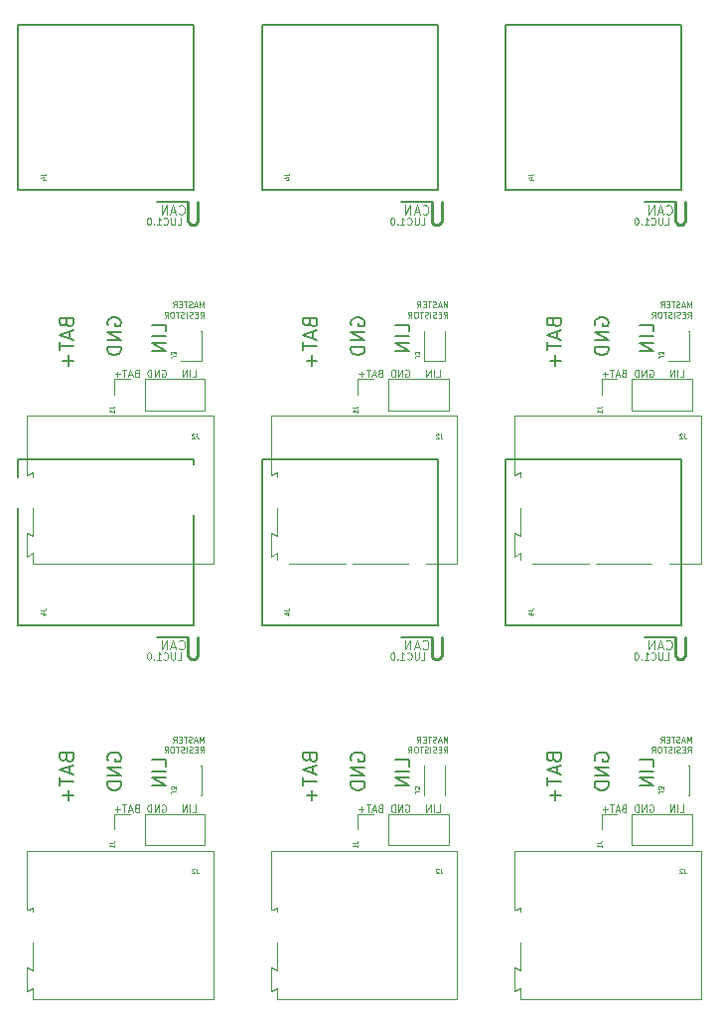
<source format=gbo>
%MOIN*%
%OFA0B0*%
%FSLAX46Y46*%
%IPPOS*%
%LPD*%
%ADD10C,0.004921259842519685*%
%ADD11C,0.0039370078740157488*%
%ADD12C,0.006889763779527559*%
%ADD13C,0.00984251968503937*%
%ADD14C,0.0078740157480314977*%
%ADD15C,0.0047244094488188976*%
%ADD16C,0.005905511811023622*%
%ADD17C,0.0035433070866141732*%
%ADD18R,0.093700787401574809X0.17165354330708663*%
%ADD19O,0.093700787401574809X0.17165354330708663*%
%ADD20R,0.065748031496063X0.053937007874015758*%
%ADD21C,0.1*%
%ADD22C,0.1141732283464567*%
%ADD23R,0.082677165354330714X0.082677165354330714*%
%ADD24O,0.082677165354330714X0.082677165354330714*%
%ADD25C,0.074848031496062992*%
%ADD26O,0.070866141732283464X0.16535433070866143*%
%ADD27C,0.074803149606299218*%
%ADD38C,0.004921259842519685*%
%ADD39C,0.0039370078740157488*%
%ADD40C,0.006889763779527559*%
%ADD41C,0.00984251968503937*%
%ADD42C,0.0078740157480314977*%
%ADD43C,0.0047244094488188976*%
%ADD44C,0.005905511811023622*%
%ADD45C,0.0035433070866141732*%
%ADD46R,0.093700787401574809X0.17165354330708663*%
%ADD47O,0.093700787401574809X0.17165354330708663*%
%ADD48R,0.065748031496063X0.053937007874015758*%
%ADD49C,0.1*%
%ADD50C,0.1141732283464567*%
%ADD51R,0.082677165354330714X0.082677165354330714*%
%ADD52O,0.082677165354330714X0.082677165354330714*%
%ADD53C,0.074848031496062992*%
%ADD54O,0.070866141732283464X0.16535433070866143*%
%ADD55C,0.074803149606299218*%
%ADD66C,0.004921259842519685*%
%ADD67C,0.0039370078740157488*%
%ADD68C,0.006889763779527559*%
%ADD69C,0.00984251968503937*%
%ADD70C,0.0078740157480314977*%
%ADD71C,0.0047244094488188976*%
%ADD72C,0.005905511811023622*%
%ADD73C,0.0035433070866141732*%
%ADD74R,0.093700787401574809X0.17165354330708663*%
%ADD75O,0.093700787401574809X0.17165354330708663*%
%ADD76R,0.065748031496063X0.053937007874015758*%
%ADD77C,0.1*%
%ADD78C,0.1141732283464567*%
%ADD79R,0.082677165354330714X0.082677165354330714*%
%ADD80O,0.082677165354330714X0.082677165354330714*%
%ADD81C,0.074848031496062992*%
%ADD82O,0.070866141732283464X0.16535433070866143*%
%ADD83C,0.074803149606299218*%
%ADD94C,0.004921259842519685*%
%ADD95C,0.0039370078740157488*%
%ADD96C,0.006889763779527559*%
%ADD97C,0.00984251968503937*%
%ADD98C,0.0078740157480314977*%
%ADD99C,0.0047244094488188976*%
%ADD100C,0.005905511811023622*%
%ADD101C,0.0035433070866141732*%
%ADD102R,0.093700787401574809X0.17165354330708663*%
%ADD103O,0.093700787401574809X0.17165354330708663*%
%ADD104R,0.065748031496063X0.053937007874015758*%
%ADD105C,0.1*%
%ADD106C,0.1141732283464567*%
%ADD107R,0.082677165354330714X0.082677165354330714*%
%ADD108O,0.082677165354330714X0.082677165354330714*%
%ADD109C,0.074848031496062992*%
%ADD110O,0.070866141732283464X0.16535433070866143*%
%ADD111C,0.074803149606299218*%
%ADD122C,0.004921259842519685*%
%ADD123C,0.0039370078740157488*%
%ADD124C,0.006889763779527559*%
%ADD125C,0.00984251968503937*%
%ADD126C,0.0078740157480314977*%
%ADD127C,0.0047244094488188976*%
%ADD128C,0.005905511811023622*%
%ADD129C,0.0035433070866141732*%
%ADD130R,0.093700787401574809X0.17165354330708663*%
%ADD131O,0.093700787401574809X0.17165354330708663*%
%ADD132R,0.065748031496063X0.053937007874015758*%
%ADD133C,0.1*%
%ADD134C,0.1141732283464567*%
%ADD135R,0.082677165354330714X0.082677165354330714*%
%ADD136O,0.082677165354330714X0.082677165354330714*%
%ADD137C,0.074848031496062992*%
%ADD138O,0.070866141732283464X0.16535433070866143*%
%ADD139C,0.074803149606299218*%
%ADD150C,0.004921259842519685*%
%ADD151C,0.0039370078740157488*%
%ADD152C,0.006889763779527559*%
%ADD153C,0.00984251968503937*%
%ADD154C,0.0078740157480314977*%
%ADD155C,0.0047244094488188976*%
%ADD156C,0.005905511811023622*%
%ADD157C,0.0035433070866141732*%
%ADD158R,0.093700787401574809X0.17165354330708663*%
%ADD159O,0.093700787401574809X0.17165354330708663*%
%ADD160R,0.065748031496063X0.053937007874015758*%
%ADD161C,0.1*%
%ADD162C,0.1141732283464567*%
%ADD163R,0.082677165354330714X0.082677165354330714*%
%ADD164O,0.082677165354330714X0.082677165354330714*%
%ADD165C,0.074848031496062992*%
%ADD166O,0.070866141732283464X0.16535433070866143*%
%ADD167C,0.074803149606299218*%
%LPD*%
G01*
D10*
X0001486227Y0002180429D02*
X0001486227Y0002200114D01*
X0001479666Y0002186053D01*
X0001473104Y0002200114D01*
X0001473104Y0002180429D01*
X0001464668Y0002186053D02*
X0001455294Y0002186053D01*
X0001466541Y0002180429D02*
X0001459981Y0002200114D01*
X0001453418Y0002180429D01*
X0001447795Y0002181366D02*
X0001444983Y0002180429D01*
X0001440295Y0002180429D01*
X0001438421Y0002181366D01*
X0001437484Y0002182304D01*
X0001436546Y0002184178D01*
X0001436546Y0002186053D01*
X0001437484Y0002187928D01*
X0001438421Y0002188865D01*
X0001440295Y0002189803D01*
X0001444045Y0002190740D01*
X0001445920Y0002191678D01*
X0001446857Y0002192615D01*
X0001447795Y0002194490D01*
X0001447795Y0002196364D01*
X0001446857Y0002198239D01*
X0001445920Y0002199177D01*
X0001444045Y0002200114D01*
X0001439358Y0002200114D01*
X0001436546Y0002199177D01*
X0001430922Y0002200114D02*
X0001419673Y0002200114D01*
X0001425298Y0002180429D02*
X0001425298Y0002200114D01*
X0001413112Y0002190740D02*
X0001406550Y0002190740D01*
X0001403737Y0002180429D02*
X0001413112Y0002180429D01*
X0001413112Y0002200114D01*
X0001403737Y0002200114D01*
X0001384053Y0002180429D02*
X0001390614Y0002189803D01*
X0001395301Y0002180429D02*
X0001395301Y0002200114D01*
X0001387802Y0002200114D01*
X0001385927Y0002199177D01*
X0001384990Y0002198239D01*
X0001384053Y0002196364D01*
X0001384053Y0002193552D01*
X0001384990Y0002191678D01*
X0001385927Y0002190740D01*
X0001387802Y0002189803D01*
X0001395301Y0002189803D01*
X0001474510Y0002145980D02*
X0001481072Y0002155354D01*
X0001485759Y0002145980D02*
X0001485759Y0002165665D01*
X0001478259Y0002165665D01*
X0001476385Y0002164728D01*
X0001475448Y0002163790D01*
X0001474510Y0002161916D01*
X0001474510Y0002159103D01*
X0001475448Y0002157229D01*
X0001476385Y0002156291D01*
X0001478259Y0002155354D01*
X0001485759Y0002155354D01*
X0001466074Y0002156291D02*
X0001459512Y0002156291D01*
X0001456700Y0002145980D02*
X0001466074Y0002145980D01*
X0001466074Y0002165665D01*
X0001456700Y0002165665D01*
X0001449201Y0002146918D02*
X0001446389Y0002145980D01*
X0001441702Y0002145980D01*
X0001439827Y0002146918D01*
X0001438890Y0002147855D01*
X0001437952Y0002149730D01*
X0001437952Y0002151604D01*
X0001438890Y0002153479D01*
X0001439827Y0002154417D01*
X0001441702Y0002155354D01*
X0001445451Y0002156291D01*
X0001447326Y0002157229D01*
X0001448263Y0002158166D01*
X0001449201Y0002160041D01*
X0001449201Y0002161916D01*
X0001448263Y0002163790D01*
X0001447326Y0002164728D01*
X0001445451Y0002165665D01*
X0001440764Y0002165665D01*
X0001437952Y0002164728D01*
X0001429516Y0002145980D02*
X0001429516Y0002165665D01*
X0001421079Y0002146918D02*
X0001418267Y0002145980D01*
X0001413580Y0002145980D01*
X0001411706Y0002146918D01*
X0001410768Y0002147855D01*
X0001409831Y0002149730D01*
X0001409831Y0002151604D01*
X0001410768Y0002153479D01*
X0001411706Y0002154417D01*
X0001413580Y0002155354D01*
X0001417330Y0002156291D01*
X0001419205Y0002157229D01*
X0001420142Y0002158166D01*
X0001421079Y0002160041D01*
X0001421079Y0002161916D01*
X0001420142Y0002163790D01*
X0001419205Y0002164728D01*
X0001417330Y0002165665D01*
X0001412643Y0002165665D01*
X0001409831Y0002164728D01*
X0001404206Y0002165665D02*
X0001392958Y0002165665D01*
X0001398582Y0002145980D02*
X0001398582Y0002165665D01*
X0001382647Y0002165665D02*
X0001378897Y0002165665D01*
X0001377022Y0002164728D01*
X0001375148Y0002162853D01*
X0001374210Y0002159103D01*
X0001374210Y0002152542D01*
X0001375148Y0002148792D01*
X0001377022Y0002146918D01*
X0001378897Y0002145980D01*
X0001382647Y0002145980D01*
X0001384521Y0002146918D01*
X0001386396Y0002148792D01*
X0001387334Y0002152542D01*
X0001387334Y0002159103D01*
X0001386396Y0002162853D01*
X0001384521Y0002164728D01*
X0001382647Y0002165665D01*
X0001354524Y0002145980D02*
X0001361087Y0002155354D01*
X0001365774Y0002145980D02*
X0001365774Y0002165665D01*
X0001358275Y0002165665D01*
X0001356400Y0002164728D01*
X0001355463Y0002163790D01*
X0001354524Y0002161916D01*
X0001354524Y0002159103D01*
X0001355463Y0002157229D01*
X0001356400Y0002156291D01*
X0001358275Y0002155354D01*
X0001365774Y0002155354D01*
D11*
X0001448796Y0001947424D02*
X0001460044Y0001947424D01*
X0001460044Y0001971046D01*
X0001440922Y0001947424D02*
X0001440922Y0001971046D01*
X0001429673Y0001947424D02*
X0001429673Y0001971046D01*
X0001416175Y0001947424D01*
X0001416175Y0001971046D01*
X0001346106Y0001969921D02*
X0001348357Y0001971046D01*
X0001351732Y0001971046D01*
X0001355106Y0001969921D01*
X0001357355Y0001967671D01*
X0001358481Y0001965421D01*
X0001359606Y0001960922D01*
X0001359606Y0001957547D01*
X0001358481Y0001953048D01*
X0001357355Y0001950798D01*
X0001355106Y0001948548D01*
X0001351732Y0001947424D01*
X0001349482Y0001947424D01*
X0001346106Y0001948548D01*
X0001344983Y0001949673D01*
X0001344983Y0001957547D01*
X0001349482Y0001957547D01*
X0001334859Y0001947424D02*
X0001334859Y0001971046D01*
X0001321361Y0001947424D01*
X0001321361Y0001971046D01*
X0001310112Y0001947424D02*
X0001310112Y0001971046D01*
X0001304488Y0001971046D01*
X0001301113Y0001969921D01*
X0001298862Y0001967671D01*
X0001297739Y0001965421D01*
X0001296614Y0001960922D01*
X0001296614Y0001957547D01*
X0001297739Y0001953048D01*
X0001298862Y0001950798D01*
X0001301113Y0001948548D01*
X0001304488Y0001947424D01*
X0001310112Y0001947424D01*
X0001260168Y0001959797D02*
X0001256794Y0001958671D01*
X0001255669Y0001957547D01*
X0001254544Y0001955298D01*
X0001254544Y0001951923D01*
X0001255669Y0001949673D01*
X0001256794Y0001948548D01*
X0001259043Y0001947424D01*
X0001268042Y0001947424D01*
X0001268042Y0001971046D01*
X0001260168Y0001971046D01*
X0001257918Y0001969921D01*
X0001256794Y0001968796D01*
X0001255669Y0001966545D01*
X0001255669Y0001964296D01*
X0001256794Y0001962047D01*
X0001257918Y0001960922D01*
X0001260168Y0001959797D01*
X0001268042Y0001959797D01*
X0001245545Y0001954173D02*
X0001234296Y0001954173D01*
X0001247795Y0001947424D02*
X0001239921Y0001971046D01*
X0001232047Y0001947424D01*
X0001227547Y0001971046D02*
X0001214049Y0001971046D01*
X0001220798Y0001947424D02*
X0001220798Y0001971046D01*
X0001206175Y0001956422D02*
X0001188177Y0001956422D01*
X0001197176Y0001947424D02*
X0001197176Y0001965421D01*
D12*
X0001359482Y0002099886D02*
X0001359482Y0002122383D01*
X0001312238Y0002122383D01*
X0001359482Y0002084137D02*
X0001312238Y0002084137D01*
X0001359482Y0002061640D02*
X0001312238Y0002061640D01*
X0001359482Y0002034644D01*
X0001312238Y0002034644D01*
X0001164488Y0002119636D02*
X0001162238Y0002124135D01*
X0001162238Y0002130884D01*
X0001164488Y0002137634D01*
X0001168987Y0002142133D01*
X0001173487Y0002144383D01*
X0001182485Y0002146632D01*
X0001189235Y0002146632D01*
X0001198233Y0002144383D01*
X0001202733Y0002142133D01*
X0001207232Y0002137634D01*
X0001209482Y0002130884D01*
X0001209482Y0002126385D01*
X0001207232Y0002119636D01*
X0001204983Y0002117386D01*
X0001189235Y0002117386D01*
X0001189235Y0002126385D01*
X0001209482Y0002097138D02*
X0001162238Y0002097138D01*
X0001209482Y0002070142D01*
X0001162238Y0002070142D01*
X0001209482Y0002047645D02*
X0001162238Y0002047645D01*
X0001162238Y0002036395D01*
X0001164488Y0002029647D01*
X0001168987Y0002025148D01*
X0001173487Y0002022898D01*
X0001182485Y0002020648D01*
X0001189235Y0002020648D01*
X0001198233Y0002022898D01*
X0001202733Y0002025148D01*
X0001207232Y0002029647D01*
X0001209482Y0002036395D01*
X0001209482Y0002047645D01*
X0001024735Y0002128635D02*
X0001026985Y0002121886D01*
X0001029234Y0002119636D01*
X0001033733Y0002117386D01*
X0001040483Y0002117386D01*
X0001044983Y0002119636D01*
X0001047231Y0002121886D01*
X0001049482Y0002126385D01*
X0001049482Y0002144383D01*
X0001002238Y0002144383D01*
X0001002238Y0002128635D01*
X0001004488Y0002124135D01*
X0001006737Y0002121886D01*
X0001011236Y0002119636D01*
X0001015736Y0002119636D01*
X0001020235Y0002121886D01*
X0001022485Y0002124135D01*
X0001024735Y0002128635D01*
X0001024735Y0002144383D01*
X0001035984Y0002099388D02*
X0001035984Y0002076890D01*
X0001049482Y0002103888D02*
X0001002238Y0002088140D01*
X0001049482Y0002072391D01*
X0001002238Y0002063393D02*
X0001002238Y0002036395D01*
X0001049482Y0002049894D02*
X0001002238Y0002049894D01*
X0001031484Y0002020648D02*
X0001031484Y0001984653D01*
X0001049482Y0002002650D02*
X0001013487Y0002002650D01*
D11*
X0001398054Y0002457401D02*
X0001409303Y0002457401D01*
X0001409303Y0002481023D01*
X0001390180Y0002481023D02*
X0001390180Y0002461901D01*
X0001389055Y0002459651D01*
X0001387931Y0002458526D01*
X0001385681Y0002457401D01*
X0001381181Y0002457401D01*
X0001378932Y0002458526D01*
X0001377807Y0002459651D01*
X0001376682Y0002461901D01*
X0001376682Y0002481023D01*
X0001351935Y0002459651D02*
X0001353060Y0002458526D01*
X0001356434Y0002457401D01*
X0001358684Y0002457401D01*
X0001362059Y0002458526D01*
X0001364308Y0002460776D01*
X0001365433Y0002463026D01*
X0001366558Y0002467525D01*
X0001366558Y0002470900D01*
X0001365433Y0002475399D01*
X0001364308Y0002477649D01*
X0001362059Y0002479898D01*
X0001358684Y0002481023D01*
X0001356434Y0002481023D01*
X0001353060Y0002479898D01*
X0001351935Y0002478774D01*
X0001329438Y0002457401D02*
X0001342936Y0002457401D01*
X0001336186Y0002457401D02*
X0001336186Y0002481023D01*
X0001338437Y0002477649D01*
X0001340686Y0002475399D01*
X0001342936Y0002474274D01*
X0001319314Y0002459651D02*
X0001318189Y0002458526D01*
X0001319314Y0002457401D01*
X0001320439Y0002458526D01*
X0001319314Y0002459651D01*
X0001319314Y0002457401D01*
X0001303566Y0002481023D02*
X0001301316Y0002481023D01*
X0001299067Y0002479898D01*
X0001297942Y0002478774D01*
X0001296817Y0002476524D01*
X0001295692Y0002472024D01*
X0001295692Y0002466400D01*
X0001296817Y0002461901D01*
X0001297942Y0002459651D01*
X0001299067Y0002458526D01*
X0001301316Y0002457401D01*
X0001303566Y0002457401D01*
X0001305816Y0002458526D01*
X0001306941Y0002459651D01*
X0001308065Y0002461901D01*
X0001309190Y0002466400D01*
X0001309190Y0002472024D01*
X0001308065Y0002476524D01*
X0001306941Y0002478774D01*
X0001305816Y0002479898D01*
X0001303566Y0002481023D01*
D13*
X0001433186Y0002533051D02*
X0001433186Y0002472496D01*
X0001435999Y0002465372D01*
X0001438811Y0002461810D01*
X0001444435Y0002458248D01*
X0001455684Y0002458248D01*
X0001461308Y0002461810D01*
X0001464121Y0002465372D01*
X0001466933Y0002472496D01*
X0001466933Y0002533051D01*
D11*
X0001403307Y0002494839D02*
X0001404807Y0002493339D01*
X0001409307Y0002491839D01*
X0001412306Y0002491839D01*
X0001416806Y0002493339D01*
X0001419805Y0002496339D01*
X0001421305Y0002499338D01*
X0001422804Y0002505337D01*
X0001422804Y0002509837D01*
X0001421305Y0002515836D01*
X0001419805Y0002518836D01*
X0001416806Y0002521834D01*
X0001412306Y0002523335D01*
X0001409307Y0002523335D01*
X0001404807Y0002521834D01*
X0001403307Y0002520336D01*
X0001391309Y0002500838D02*
X0001376311Y0002500838D01*
X0001394308Y0002491839D02*
X0001383810Y0002523335D01*
X0001373311Y0002491839D01*
X0001362811Y0002491839D02*
X0001362811Y0002523335D01*
X0001344815Y0002491839D01*
X0001344815Y0002523335D01*
D14*
X0001434060Y0002534087D02*
X0001329902Y0002534087D01*
D15*
X0001519291Y0001816141D02*
X0001519291Y0001320078D01*
X0001519291Y0001320078D02*
X0000912992Y0001320078D01*
X0000912992Y0001320078D02*
X0000912992Y0001357479D01*
X0000912992Y0001357479D02*
X0000893307Y0001345669D01*
X0000893307Y0001345669D02*
X0000893307Y0001424409D01*
X0000893307Y0001424409D02*
X0000912992Y0001414566D01*
X0000912992Y0001414566D02*
X0000912992Y0001627165D01*
X0000912992Y0001627165D02*
X0000893307Y0001617322D01*
X0000893307Y0001617322D02*
X0000893307Y0001816141D01*
X0000893307Y0001816141D02*
X0001519291Y0001816141D01*
X0001409070Y0002002110D02*
X0001409070Y0002102110D01*
X0001479149Y0002102110D02*
X0001479149Y0002002110D01*
X0001479149Y0002102110D02*
X0001409070Y0002102110D01*
X0001409070Y0002002110D02*
X0001479149Y0002002110D01*
X0001490472Y0001940471D02*
X0001490472Y0001835747D01*
X0001288109Y0001940471D02*
X0001490472Y0001940471D01*
X0001288109Y0001835747D02*
X0001490472Y0001835747D01*
X0001288109Y0001940471D02*
X0001288109Y0001835747D01*
X0001238110Y0001940471D02*
X0001185748Y0001940471D01*
X0001185748Y0001940471D02*
X0001185748Y0001888110D01*
D16*
X0001453144Y0002573026D02*
X0001453144Y0003128026D01*
X0000863144Y0003128026D02*
X0000863144Y0002573026D01*
X0001453144Y0002573026D02*
X0000863144Y0002573026D01*
X0001453144Y0003128026D02*
X0000863144Y0003128026D01*
D17*
X0001463358Y0001756734D02*
X0001463358Y0001745485D01*
X0001464109Y0001743235D01*
X0001465609Y0001741735D01*
X0001467859Y0001740986D01*
X0001469358Y0001740986D01*
X0001456610Y0001755233D02*
X0001455860Y0001755984D01*
X0001454360Y0001756734D01*
X0001450611Y0001756734D01*
X0001449111Y0001755984D01*
X0001448361Y0001755233D01*
X0001447611Y0001753734D01*
X0001447611Y0001752234D01*
X0001448361Y0001749984D01*
X0001457360Y0001740986D01*
X0001447611Y0001740986D01*
X0001392734Y0002016859D02*
X0001381485Y0002016859D01*
X0001379235Y0002016109D01*
X0001377736Y0002014611D01*
X0001376986Y0002012360D01*
X0001376986Y0002010860D01*
X0001392734Y0002022860D02*
X0001392734Y0002032608D01*
X0001386734Y0002027359D01*
X0001386734Y0002029609D01*
X0001385984Y0002031108D01*
X0001385235Y0002031858D01*
X0001383735Y0002032608D01*
X0001379984Y0002032608D01*
X0001378485Y0002031858D01*
X0001377736Y0002031108D01*
X0001376986Y0002029609D01*
X0001376986Y0002025109D01*
X0001377736Y0002023610D01*
X0001378485Y0002022860D01*
X0001169486Y0001843359D02*
X0001180734Y0001843359D01*
X0001182984Y0001844109D01*
X0001184484Y0001845609D01*
X0001185234Y0001847858D01*
X0001185234Y0001849358D01*
X0001185234Y0001827611D02*
X0001185234Y0001836609D01*
X0001185234Y0001832110D02*
X0001169486Y0001832110D01*
X0001171736Y0001833610D01*
X0001173235Y0001835110D01*
X0001173985Y0001836609D01*
X0000939486Y0002623359D02*
X0000950733Y0002623359D01*
X0000952984Y0002624109D01*
X0000954484Y0002625609D01*
X0000955234Y0002627858D01*
X0000955234Y0002629358D01*
X0000944735Y0002609111D02*
X0000955234Y0002609111D01*
X0000938736Y0002612860D02*
X0000949985Y0002616610D01*
X0000949985Y0002606861D01*
%LPC*%
D18*
X0001414960Y0001568109D03*
D19*
X0001218110Y0001568109D03*
X0001021258Y0001568109D03*
D20*
X0001444110Y0002026913D03*
X0001444110Y0002077306D03*
D21*
X0001158110Y0002728110D03*
D22*
X0000888110Y0001558110D03*
D23*
X0001238110Y0001888110D03*
D24*
X0001338110Y0001888110D03*
X0001438110Y0001888110D03*
D25*
X0001298144Y0002618026D03*
X0001198144Y0002618026D03*
X0001118144Y0002618026D03*
X0001018143Y0002618026D03*
D26*
X0001388110Y0002708110D03*
X0000928110Y0002708110D03*
D27*
X0001068110Y0002713110D03*
X0001248110Y0002713110D03*
%LPD*%
G01*
D38*
X0002304338Y0002180429D02*
X0002304338Y0002200114D01*
X0002297776Y0002186053D01*
X0002291214Y0002200114D01*
X0002291214Y0002180429D01*
X0002282778Y0002186053D02*
X0002273404Y0002186053D01*
X0002284653Y0002180429D02*
X0002278091Y0002200114D01*
X0002271529Y0002180429D01*
X0002265905Y0002181366D02*
X0002263093Y0002180429D01*
X0002258406Y0002180429D01*
X0002256531Y0002181366D01*
X0002255594Y0002182304D01*
X0002254656Y0002184178D01*
X0002254656Y0002186053D01*
X0002255594Y0002187928D01*
X0002256531Y0002188865D01*
X0002258406Y0002189803D01*
X0002262155Y0002190740D01*
X0002264030Y0002191678D01*
X0002264968Y0002192615D01*
X0002265905Y0002194490D01*
X0002265905Y0002196364D01*
X0002264968Y0002198239D01*
X0002264030Y0002199177D01*
X0002262155Y0002200114D01*
X0002257469Y0002200114D01*
X0002254656Y0002199177D01*
X0002249032Y0002200114D02*
X0002237784Y0002200114D01*
X0002243408Y0002180429D02*
X0002243408Y0002200114D01*
X0002231222Y0002190740D02*
X0002224660Y0002190740D01*
X0002221848Y0002180429D02*
X0002231222Y0002180429D01*
X0002231222Y0002200114D01*
X0002221848Y0002200114D01*
X0002202163Y0002180429D02*
X0002208725Y0002189803D01*
X0002213412Y0002180429D02*
X0002213412Y0002200114D01*
X0002205913Y0002200114D01*
X0002204038Y0002199177D01*
X0002203100Y0002198239D01*
X0002202163Y0002196364D01*
X0002202163Y0002193552D01*
X0002203100Y0002191678D01*
X0002204038Y0002190740D01*
X0002205913Y0002189803D01*
X0002213412Y0002189803D01*
X0002292620Y0002145980D02*
X0002299182Y0002155354D01*
X0002303869Y0002145980D02*
X0002303869Y0002165665D01*
X0002296370Y0002165665D01*
X0002294495Y0002164728D01*
X0002293558Y0002163790D01*
X0002292620Y0002161916D01*
X0002292620Y0002159103D01*
X0002293558Y0002157229D01*
X0002294495Y0002156291D01*
X0002296370Y0002155354D01*
X0002303869Y0002155354D01*
X0002284184Y0002156291D02*
X0002277622Y0002156291D01*
X0002274810Y0002145980D02*
X0002284184Y0002145980D01*
X0002284184Y0002165665D01*
X0002274810Y0002165665D01*
X0002267311Y0002146918D02*
X0002264499Y0002145980D01*
X0002259812Y0002145980D01*
X0002257937Y0002146918D01*
X0002257000Y0002147855D01*
X0002256063Y0002149730D01*
X0002256063Y0002151604D01*
X0002257000Y0002153479D01*
X0002257937Y0002154417D01*
X0002259812Y0002155354D01*
X0002263562Y0002156291D01*
X0002265436Y0002157229D01*
X0002266374Y0002158166D01*
X0002267311Y0002160041D01*
X0002267311Y0002161916D01*
X0002266374Y0002163790D01*
X0002265436Y0002164728D01*
X0002263562Y0002165665D01*
X0002258875Y0002165665D01*
X0002256063Y0002164728D01*
X0002247626Y0002145980D02*
X0002247626Y0002165665D01*
X0002239190Y0002146918D02*
X0002236377Y0002145980D01*
X0002231691Y0002145980D01*
X0002229816Y0002146918D01*
X0002228878Y0002147855D01*
X0002227941Y0002149730D01*
X0002227941Y0002151604D01*
X0002228878Y0002153479D01*
X0002229816Y0002154417D01*
X0002231691Y0002155354D01*
X0002235440Y0002156291D01*
X0002237315Y0002157229D01*
X0002238252Y0002158166D01*
X0002239190Y0002160041D01*
X0002239190Y0002161916D01*
X0002238252Y0002163790D01*
X0002237315Y0002164728D01*
X0002235440Y0002165665D01*
X0002230753Y0002165665D01*
X0002227941Y0002164728D01*
X0002222317Y0002165665D02*
X0002211068Y0002165665D01*
X0002216692Y0002145980D02*
X0002216692Y0002165665D01*
X0002200757Y0002165665D02*
X0002197007Y0002165665D01*
X0002195133Y0002164728D01*
X0002193258Y0002162853D01*
X0002192320Y0002159103D01*
X0002192320Y0002152542D01*
X0002193258Y0002148792D01*
X0002195133Y0002146918D01*
X0002197007Y0002145980D01*
X0002200757Y0002145980D01*
X0002202632Y0002146918D01*
X0002204506Y0002148792D01*
X0002205444Y0002152542D01*
X0002205444Y0002159103D01*
X0002204506Y0002162853D01*
X0002202632Y0002164728D01*
X0002200757Y0002165665D01*
X0002172635Y0002145980D02*
X0002179197Y0002155354D01*
X0002183884Y0002145980D02*
X0002183884Y0002165665D01*
X0002176385Y0002165665D01*
X0002174510Y0002164728D01*
X0002173573Y0002163790D01*
X0002172635Y0002161916D01*
X0002172635Y0002159103D01*
X0002173573Y0002157229D01*
X0002174510Y0002156291D01*
X0002176385Y0002155354D01*
X0002183884Y0002155354D01*
D39*
X0002266906Y0001947424D02*
X0002278155Y0001947424D01*
X0002278155Y0001971046D01*
X0002259032Y0001947424D02*
X0002259032Y0001971046D01*
X0002247784Y0001947424D02*
X0002247784Y0001971046D01*
X0002234285Y0001947424D01*
X0002234285Y0001971046D01*
X0002164218Y0001969921D02*
X0002166467Y0001971046D01*
X0002169842Y0001971046D01*
X0002173217Y0001969921D01*
X0002175466Y0001967671D01*
X0002176591Y0001965421D01*
X0002177716Y0001960922D01*
X0002177716Y0001957547D01*
X0002176591Y0001953048D01*
X0002175466Y0001950798D01*
X0002173217Y0001948548D01*
X0002169842Y0001947424D01*
X0002167592Y0001947424D01*
X0002164218Y0001948548D01*
X0002163093Y0001949673D01*
X0002163093Y0001957547D01*
X0002167592Y0001957547D01*
X0002152969Y0001947424D02*
X0002152969Y0001971046D01*
X0002139471Y0001947424D01*
X0002139471Y0001971046D01*
X0002128222Y0001947424D02*
X0002128222Y0001971046D01*
X0002122598Y0001971046D01*
X0002119223Y0001969921D01*
X0002116974Y0001967671D01*
X0002115849Y0001965421D01*
X0002114724Y0001960922D01*
X0002114724Y0001957547D01*
X0002115849Y0001953048D01*
X0002116974Y0001950798D01*
X0002119223Y0001948548D01*
X0002122598Y0001947424D01*
X0002128222Y0001947424D01*
X0002078278Y0001959797D02*
X0002074904Y0001958671D01*
X0002073779Y0001957547D01*
X0002072654Y0001955298D01*
X0002072654Y0001951923D01*
X0002073779Y0001949673D01*
X0002074904Y0001948548D01*
X0002077154Y0001947424D01*
X0002086151Y0001947424D01*
X0002086151Y0001971046D01*
X0002078278Y0001971046D01*
X0002076029Y0001969921D01*
X0002074904Y0001968796D01*
X0002073779Y0001966545D01*
X0002073779Y0001964296D01*
X0002074904Y0001962047D01*
X0002076029Y0001960922D01*
X0002078278Y0001959797D01*
X0002086151Y0001959797D01*
X0002063654Y0001954173D02*
X0002052407Y0001954173D01*
X0002065904Y0001947424D02*
X0002058031Y0001971046D01*
X0002050157Y0001947424D01*
X0002045658Y0001971046D02*
X0002032159Y0001971046D01*
X0002038908Y0001947424D02*
X0002038908Y0001971046D01*
X0002024285Y0001956422D02*
X0002006287Y0001956422D01*
X0002015286Y0001947424D02*
X0002015286Y0001965421D01*
D40*
X0002177592Y0002099886D02*
X0002177592Y0002122383D01*
X0002130348Y0002122383D01*
X0002177592Y0002084137D02*
X0002130348Y0002084137D01*
X0002177592Y0002061640D02*
X0002130348Y0002061640D01*
X0002177592Y0002034644D01*
X0002130348Y0002034644D01*
X0001982598Y0002119636D02*
X0001980348Y0002124135D01*
X0001980348Y0002130884D01*
X0001982598Y0002137634D01*
X0001987097Y0002142133D01*
X0001991597Y0002144383D01*
X0002000595Y0002146632D01*
X0002007345Y0002146632D01*
X0002016344Y0002144383D01*
X0002020843Y0002142133D01*
X0002025343Y0002137634D01*
X0002027591Y0002130884D01*
X0002027591Y0002126385D01*
X0002025343Y0002119636D01*
X0002023092Y0002117386D01*
X0002007345Y0002117386D01*
X0002007345Y0002126385D01*
X0002027591Y0002097138D02*
X0001980348Y0002097138D01*
X0002027591Y0002070142D01*
X0001980348Y0002070142D01*
X0002027591Y0002047645D02*
X0001980348Y0002047645D01*
X0001980348Y0002036395D01*
X0001982598Y0002029647D01*
X0001987097Y0002025148D01*
X0001991597Y0002022898D01*
X0002000595Y0002020648D01*
X0002007345Y0002020648D01*
X0002016344Y0002022898D01*
X0002020843Y0002025148D01*
X0002025343Y0002029647D01*
X0002027591Y0002036395D01*
X0002027591Y0002047645D01*
X0001842845Y0002128635D02*
X0001845095Y0002121886D01*
X0001847345Y0002119636D01*
X0001851844Y0002117386D01*
X0001858592Y0002117386D01*
X0001863093Y0002119636D01*
X0001865343Y0002121886D01*
X0001867592Y0002126385D01*
X0001867592Y0002144383D01*
X0001820348Y0002144383D01*
X0001820348Y0002128635D01*
X0001822598Y0002124135D01*
X0001824848Y0002121886D01*
X0001829347Y0002119636D01*
X0001833847Y0002119636D01*
X0001838345Y0002121886D01*
X0001840596Y0002124135D01*
X0001842845Y0002128635D01*
X0001842845Y0002144383D01*
X0001854094Y0002099388D02*
X0001854094Y0002076890D01*
X0001867592Y0002103888D02*
X0001820348Y0002088140D01*
X0001867592Y0002072391D01*
X0001820348Y0002063393D02*
X0001820348Y0002036395D01*
X0001867592Y0002049894D02*
X0001820348Y0002049894D01*
X0001849594Y0002020648D02*
X0001849594Y0001984653D01*
X0001867592Y0002002650D02*
X0001831597Y0002002650D01*
D39*
X0002216165Y0002457401D02*
X0002227413Y0002457401D01*
X0002227413Y0002481023D01*
X0002208291Y0002481023D02*
X0002208291Y0002461901D01*
X0002207166Y0002459651D01*
X0002206041Y0002458526D01*
X0002203791Y0002457401D01*
X0002199292Y0002457401D01*
X0002197042Y0002458526D01*
X0002195917Y0002459651D01*
X0002194792Y0002461901D01*
X0002194792Y0002481023D01*
X0002170045Y0002459651D02*
X0002171170Y0002458526D01*
X0002174545Y0002457401D01*
X0002176794Y0002457401D01*
X0002180169Y0002458526D01*
X0002182419Y0002460776D01*
X0002183544Y0002463026D01*
X0002184668Y0002467525D01*
X0002184668Y0002470900D01*
X0002183544Y0002475399D01*
X0002182419Y0002477649D01*
X0002180169Y0002479898D01*
X0002176794Y0002481023D01*
X0002174545Y0002481023D01*
X0002171170Y0002479898D01*
X0002170045Y0002478774D01*
X0002147548Y0002457401D02*
X0002161046Y0002457401D01*
X0002154297Y0002457401D02*
X0002154297Y0002481023D01*
X0002156547Y0002477649D01*
X0002158797Y0002475399D01*
X0002161046Y0002474274D01*
X0002137424Y0002459651D02*
X0002136300Y0002458526D01*
X0002137424Y0002457401D01*
X0002138549Y0002458526D01*
X0002137424Y0002459651D01*
X0002137424Y0002457401D01*
X0002121676Y0002481023D02*
X0002119427Y0002481023D01*
X0002117177Y0002479898D01*
X0002116052Y0002478774D01*
X0002114927Y0002476524D01*
X0002113802Y0002472024D01*
X0002113802Y0002466400D01*
X0002114927Y0002461901D01*
X0002116052Y0002459651D01*
X0002117177Y0002458526D01*
X0002119427Y0002457401D01*
X0002121676Y0002457401D01*
X0002123926Y0002458526D01*
X0002125051Y0002459651D01*
X0002126176Y0002461901D01*
X0002127301Y0002466400D01*
X0002127301Y0002472024D01*
X0002126176Y0002476524D01*
X0002125051Y0002478774D01*
X0002123926Y0002479898D01*
X0002121676Y0002481023D01*
D41*
X0002251297Y0002533051D02*
X0002251297Y0002472496D01*
X0002254109Y0002465372D01*
X0002256922Y0002461810D01*
X0002262546Y0002458248D01*
X0002273794Y0002458248D01*
X0002279419Y0002461810D01*
X0002282231Y0002465372D01*
X0002285043Y0002472496D01*
X0002285043Y0002533051D01*
D39*
X0002221418Y0002494839D02*
X0002222917Y0002493339D01*
X0002227417Y0002491839D01*
X0002230417Y0002491839D01*
X0002234916Y0002493339D01*
X0002237916Y0002496339D01*
X0002239415Y0002499338D01*
X0002240915Y0002505337D01*
X0002240915Y0002509837D01*
X0002239415Y0002515836D01*
X0002237916Y0002518836D01*
X0002234916Y0002521834D01*
X0002230417Y0002523335D01*
X0002227417Y0002523335D01*
X0002222917Y0002521834D01*
X0002221418Y0002520336D01*
X0002209419Y0002500838D02*
X0002194421Y0002500838D01*
X0002212419Y0002491839D02*
X0002201920Y0002523335D01*
X0002191421Y0002491839D01*
X0002180923Y0002491839D02*
X0002180923Y0002523335D01*
X0002162925Y0002491839D01*
X0002162925Y0002523335D01*
D42*
X0002252170Y0002534087D02*
X0002148013Y0002534087D01*
D43*
X0002337401Y0001816141D02*
X0002337401Y0001320078D01*
X0002337401Y0001320078D02*
X0001731102Y0001320078D01*
X0001731102Y0001320078D02*
X0001731102Y0001357479D01*
X0001731102Y0001357479D02*
X0001711417Y0001345669D01*
X0001711417Y0001345669D02*
X0001711417Y0001424409D01*
X0001711417Y0001424409D02*
X0001731102Y0001414566D01*
X0001731102Y0001414566D02*
X0001731102Y0001627165D01*
X0001731102Y0001627165D02*
X0001711417Y0001617322D01*
X0001711417Y0001617322D02*
X0001711417Y0001816141D01*
X0001711417Y0001816141D02*
X0002337401Y0001816141D01*
X0002227181Y0002002110D02*
X0002227181Y0002102110D01*
X0002297259Y0002102110D02*
X0002297259Y0002002110D01*
X0002297259Y0002102110D02*
X0002227181Y0002102110D01*
X0002227181Y0002002110D02*
X0002297259Y0002002110D01*
X0002308582Y0001940471D02*
X0002308582Y0001835747D01*
X0002106220Y0001940471D02*
X0002308582Y0001940471D01*
X0002106220Y0001835747D02*
X0002308582Y0001835747D01*
X0002106220Y0001940471D02*
X0002106220Y0001835747D01*
X0002056220Y0001940471D02*
X0002003858Y0001940471D01*
X0002003858Y0001940471D02*
X0002003858Y0001888110D01*
D44*
X0002271254Y0002573026D02*
X0002271254Y0003128026D01*
X0001681254Y0003128026D02*
X0001681254Y0002573026D01*
X0002271254Y0002573026D02*
X0001681254Y0002573026D01*
X0002271254Y0003128026D02*
X0001681254Y0003128026D01*
D45*
X0002281469Y0001756734D02*
X0002281469Y0001745485D01*
X0002282219Y0001743235D01*
X0002283719Y0001741735D01*
X0002285969Y0001740986D01*
X0002287469Y0001740986D01*
X0002274720Y0001755233D02*
X0002273970Y0001755984D01*
X0002272470Y0001756734D01*
X0002268721Y0001756734D01*
X0002267221Y0001755984D01*
X0002266471Y0001755233D01*
X0002265721Y0001753734D01*
X0002265721Y0001752234D01*
X0002266471Y0001749984D01*
X0002275470Y0001740986D01*
X0002265721Y0001740986D01*
X0002210844Y0002016859D02*
X0002199595Y0002016859D01*
X0002197346Y0002016109D01*
X0002195846Y0002014611D01*
X0002195096Y0002012360D01*
X0002195096Y0002010860D01*
X0002210844Y0002022860D02*
X0002210844Y0002032608D01*
X0002204845Y0002027359D01*
X0002204845Y0002029609D01*
X0002204095Y0002031108D01*
X0002203345Y0002031858D01*
X0002201845Y0002032608D01*
X0002198096Y0002032608D01*
X0002196596Y0002031858D01*
X0002195846Y0002031108D01*
X0002195096Y0002029609D01*
X0002195096Y0002025109D01*
X0002195846Y0002023610D01*
X0002196596Y0002022860D01*
X0001987596Y0001843359D02*
X0001998845Y0001843359D01*
X0002001094Y0001844109D01*
X0002002594Y0001845609D01*
X0002003343Y0001847858D01*
X0002003343Y0001849358D01*
X0002003343Y0001827611D02*
X0002003343Y0001836609D01*
X0002003343Y0001832110D02*
X0001987596Y0001832110D01*
X0001989846Y0001833610D01*
X0001991346Y0001835110D01*
X0001992096Y0001836609D01*
X0001757596Y0002623359D02*
X0001768845Y0002623359D01*
X0001771094Y0002624109D01*
X0001772594Y0002625609D01*
X0001773343Y0002627858D01*
X0001773343Y0002629358D01*
X0001762845Y0002609111D02*
X0001773343Y0002609111D01*
X0001756846Y0002612860D02*
X0001768095Y0002616610D01*
X0001768095Y0002606861D01*
%LPC*%
D46*
X0002233070Y0001568109D03*
D47*
X0002036220Y0001568109D03*
X0001839370Y0001568109D03*
D48*
X0002262220Y0002026913D03*
X0002262220Y0002077306D03*
D49*
X0001976220Y0002728110D03*
D50*
X0001706220Y0001558110D03*
D51*
X0002056220Y0001888110D03*
D52*
X0002156220Y0001888110D03*
X0002256220Y0001888110D03*
D53*
X0002116254Y0002618026D03*
X0002016254Y0002618026D03*
X0001936254Y0002618026D03*
X0001836254Y0002618026D03*
D54*
X0002206220Y0002708110D03*
X0001746220Y0002708110D03*
D55*
X0001886220Y0002713110D03*
X0002066220Y0002713110D03*
G04 next file*
%LPD*%
G01*
D66*
X0000668117Y0000722319D02*
X0000668117Y0000742004D01*
X0000661556Y0000727943D01*
X0000654994Y0000742004D01*
X0000654994Y0000722319D01*
X0000646557Y0000727943D02*
X0000637183Y0000727943D01*
X0000648432Y0000722319D02*
X0000641870Y0000742004D01*
X0000635309Y0000722319D01*
X0000629685Y0000723256D02*
X0000626872Y0000722319D01*
X0000622185Y0000722319D01*
X0000620311Y0000723256D01*
X0000619373Y0000724194D01*
X0000618436Y0000726068D01*
X0000618436Y0000727943D01*
X0000619373Y0000729818D01*
X0000620311Y0000730755D01*
X0000622185Y0000731693D01*
X0000625935Y0000732630D01*
X0000627810Y0000733567D01*
X0000628747Y0000734505D01*
X0000629685Y0000736380D01*
X0000629685Y0000738254D01*
X0000628747Y0000740129D01*
X0000627810Y0000741066D01*
X0000625935Y0000742004D01*
X0000621248Y0000742004D01*
X0000618436Y0000741066D01*
X0000612812Y0000742004D02*
X0000601563Y0000742004D01*
X0000607187Y0000722319D02*
X0000607187Y0000742004D01*
X0000595001Y0000732630D02*
X0000588440Y0000732630D01*
X0000585628Y0000722319D02*
X0000595001Y0000722319D01*
X0000595001Y0000742004D01*
X0000585628Y0000742004D01*
X0000565942Y0000722319D02*
X0000572504Y0000731693D01*
X0000577191Y0000722319D02*
X0000577191Y0000742004D01*
X0000569692Y0000742004D01*
X0000567817Y0000741066D01*
X0000566880Y0000740129D01*
X0000565942Y0000738254D01*
X0000565942Y0000735442D01*
X0000566880Y0000733567D01*
X0000567817Y0000732630D01*
X0000569692Y0000731693D01*
X0000577191Y0000731693D01*
X0000656399Y0000687870D02*
X0000662962Y0000697244D01*
X0000667649Y0000687870D02*
X0000667649Y0000707554D01*
X0000660149Y0000707554D01*
X0000658275Y0000706618D01*
X0000657336Y0000705680D01*
X0000656399Y0000703805D01*
X0000656399Y0000700993D01*
X0000657336Y0000699119D01*
X0000658275Y0000698181D01*
X0000660149Y0000697244D01*
X0000667649Y0000697244D01*
X0000647963Y0000698181D02*
X0000641402Y0000698181D01*
X0000638590Y0000687870D02*
X0000647963Y0000687870D01*
X0000647963Y0000707554D01*
X0000638590Y0000707554D01*
X0000631090Y0000688807D02*
X0000628278Y0000687870D01*
X0000623592Y0000687870D01*
X0000621717Y0000688807D01*
X0000620779Y0000689745D01*
X0000619842Y0000691619D01*
X0000619842Y0000693494D01*
X0000620779Y0000695368D01*
X0000621717Y0000696306D01*
X0000623592Y0000697244D01*
X0000627341Y0000698181D01*
X0000629216Y0000699119D01*
X0000630153Y0000700056D01*
X0000631090Y0000701930D01*
X0000631090Y0000703805D01*
X0000630153Y0000705680D01*
X0000629216Y0000706618D01*
X0000627341Y0000707554D01*
X0000622654Y0000707554D01*
X0000619842Y0000706618D01*
X0000611406Y0000687870D02*
X0000611406Y0000707554D01*
X0000602969Y0000688807D02*
X0000600157Y0000687870D01*
X0000595470Y0000687870D01*
X0000593595Y0000688807D01*
X0000592658Y0000689745D01*
X0000591721Y0000691619D01*
X0000591721Y0000693494D01*
X0000592658Y0000695368D01*
X0000593595Y0000696306D01*
X0000595470Y0000697244D01*
X0000599220Y0000698181D01*
X0000601094Y0000699119D01*
X0000602032Y0000700056D01*
X0000602969Y0000701930D01*
X0000602969Y0000703805D01*
X0000602032Y0000705680D01*
X0000601094Y0000706618D01*
X0000599220Y0000707554D01*
X0000594533Y0000707554D01*
X0000591721Y0000706618D01*
X0000586096Y0000707554D02*
X0000574848Y0000707554D01*
X0000580472Y0000687870D02*
X0000580472Y0000707554D01*
X0000564536Y0000707554D02*
X0000560787Y0000707554D01*
X0000558912Y0000706618D01*
X0000557037Y0000704743D01*
X0000556100Y0000700993D01*
X0000556100Y0000694431D01*
X0000557037Y0000690682D01*
X0000558912Y0000688807D01*
X0000560787Y0000687870D01*
X0000564536Y0000687870D01*
X0000566411Y0000688807D01*
X0000568286Y0000690682D01*
X0000569223Y0000694431D01*
X0000569223Y0000700993D01*
X0000568286Y0000704743D01*
X0000566411Y0000706618D01*
X0000564536Y0000707554D01*
X0000536415Y0000687870D02*
X0000542977Y0000697244D01*
X0000547664Y0000687870D02*
X0000547664Y0000707554D01*
X0000540164Y0000707554D01*
X0000538290Y0000706618D01*
X0000537352Y0000705680D01*
X0000536415Y0000703805D01*
X0000536415Y0000700993D01*
X0000537352Y0000699119D01*
X0000538290Y0000698181D01*
X0000540164Y0000697244D01*
X0000547664Y0000697244D01*
D67*
X0000630686Y0000489313D02*
X0000641934Y0000489313D01*
X0000641934Y0000512935D01*
X0000622812Y0000489313D02*
X0000622812Y0000512935D01*
X0000611563Y0000489313D02*
X0000611563Y0000512935D01*
X0000598065Y0000489313D01*
X0000598065Y0000512935D01*
X0000527997Y0000511810D02*
X0000530247Y0000512935D01*
X0000533622Y0000512935D01*
X0000536996Y0000511810D01*
X0000539246Y0000509561D01*
X0000540371Y0000507310D01*
X0000541496Y0000502812D01*
X0000541496Y0000499437D01*
X0000540371Y0000494938D01*
X0000539246Y0000492688D01*
X0000536996Y0000490438D01*
X0000533622Y0000489313D01*
X0000531372Y0000489313D01*
X0000527997Y0000490438D01*
X0000526872Y0000491563D01*
X0000526872Y0000499437D01*
X0000531372Y0000499437D01*
X0000516749Y0000489313D02*
X0000516749Y0000512935D01*
X0000503250Y0000489313D01*
X0000503250Y0000512935D01*
X0000492002Y0000489313D02*
X0000492002Y0000512935D01*
X0000486377Y0000512935D01*
X0000483002Y0000511810D01*
X0000480753Y0000509561D01*
X0000479628Y0000507310D01*
X0000478502Y0000502812D01*
X0000478502Y0000499437D01*
X0000479628Y0000494938D01*
X0000480753Y0000492688D01*
X0000483002Y0000490438D01*
X0000486377Y0000489313D01*
X0000492002Y0000489313D01*
X0000442058Y0000501687D02*
X0000438683Y0000500561D01*
X0000437559Y0000499437D01*
X0000436434Y0000497186D01*
X0000436434Y0000493813D01*
X0000437559Y0000491563D01*
X0000438683Y0000490438D01*
X0000440933Y0000489313D01*
X0000449931Y0000489313D01*
X0000449931Y0000512935D01*
X0000442058Y0000512935D01*
X0000439808Y0000511810D01*
X0000438683Y0000510686D01*
X0000437559Y0000508436D01*
X0000437559Y0000506186D01*
X0000438683Y0000503936D01*
X0000439808Y0000502812D01*
X0000442058Y0000501687D01*
X0000449931Y0000501687D01*
X0000427435Y0000496062D02*
X0000416185Y0000496062D01*
X0000429685Y0000489313D02*
X0000421811Y0000512935D01*
X0000413937Y0000489313D01*
X0000409437Y0000512935D02*
X0000395939Y0000512935D01*
X0000402688Y0000489313D02*
X0000402688Y0000512935D01*
X0000388065Y0000498312D02*
X0000370067Y0000498312D01*
X0000379065Y0000489313D02*
X0000379065Y0000507310D01*
D68*
X0000541372Y0000641774D02*
X0000541372Y0000664273D01*
X0000494128Y0000664273D01*
X0000541372Y0000626027D02*
X0000494128Y0000626027D01*
X0000541372Y0000603530D02*
X0000494128Y0000603530D01*
X0000541372Y0000576534D01*
X0000494128Y0000576534D01*
X0000346377Y0000661526D02*
X0000344128Y0000666025D01*
X0000344128Y0000672774D01*
X0000346377Y0000679523D01*
X0000350877Y0000684023D01*
X0000355376Y0000686273D01*
X0000364375Y0000688521D01*
X0000371124Y0000688521D01*
X0000380123Y0000686273D01*
X0000384623Y0000684023D01*
X0000389122Y0000679523D01*
X0000391372Y0000672774D01*
X0000391372Y0000668275D01*
X0000389122Y0000661526D01*
X0000386872Y0000659275D01*
X0000371124Y0000659275D01*
X0000371124Y0000668275D01*
X0000391372Y0000639028D02*
X0000344128Y0000639028D01*
X0000391372Y0000612032D01*
X0000344128Y0000612032D01*
X0000391372Y0000589535D02*
X0000344128Y0000589535D01*
X0000344128Y0000578286D01*
X0000346377Y0000571537D01*
X0000350877Y0000567037D01*
X0000355376Y0000564788D01*
X0000364375Y0000562538D01*
X0000371124Y0000562538D01*
X0000380123Y0000564788D01*
X0000384623Y0000567037D01*
X0000389122Y0000571537D01*
X0000391372Y0000578286D01*
X0000391372Y0000589535D01*
X0000206625Y0000670524D02*
X0000208875Y0000663775D01*
X0000211123Y0000661526D01*
X0000215623Y0000659275D01*
X0000222373Y0000659275D01*
X0000226872Y0000661526D01*
X0000229122Y0000663775D01*
X0000231372Y0000668275D01*
X0000231372Y0000686273D01*
X0000184128Y0000686273D01*
X0000184128Y0000670524D01*
X0000186377Y0000666025D01*
X0000188627Y0000663775D01*
X0000193127Y0000661526D01*
X0000197626Y0000661526D01*
X0000202125Y0000663775D01*
X0000204375Y0000666025D01*
X0000206625Y0000670524D01*
X0000206625Y0000686273D01*
X0000217873Y0000641278D02*
X0000217873Y0000618781D01*
X0000231372Y0000645778D02*
X0000184128Y0000630029D01*
X0000231372Y0000614282D01*
X0000184128Y0000605283D02*
X0000184128Y0000578286D01*
X0000231372Y0000591784D02*
X0000184128Y0000591784D01*
X0000213373Y0000562538D02*
X0000213373Y0000526542D01*
X0000231372Y0000544540D02*
X0000195376Y0000544540D01*
D67*
X0000579944Y0000999291D02*
X0000591193Y0000999291D01*
X0000591193Y0001022913D01*
X0000572070Y0001022913D02*
X0000572070Y0001003790D01*
X0000570945Y0001001541D01*
X0000569820Y0001000416D01*
X0000567571Y0000999291D01*
X0000563071Y0000999291D01*
X0000560821Y0001000416D01*
X0000559697Y0001001541D01*
X0000558572Y0001003790D01*
X0000558572Y0001022913D01*
X0000533825Y0001001541D02*
X0000534950Y0001000416D01*
X0000538324Y0000999291D01*
X0000540574Y0000999291D01*
X0000543949Y0001000416D01*
X0000546198Y0001002666D01*
X0000547323Y0001004915D01*
X0000548448Y0001009415D01*
X0000548448Y0001012788D01*
X0000547323Y0001017289D01*
X0000546198Y0001019539D01*
X0000543949Y0001021787D01*
X0000540574Y0001022913D01*
X0000538324Y0001022913D01*
X0000534950Y0001021787D01*
X0000533825Y0001020663D01*
X0000511328Y0000999291D02*
X0000524826Y0000999291D01*
X0000518077Y0000999291D02*
X0000518077Y0001022913D01*
X0000520325Y0001019539D01*
X0000522576Y0001017289D01*
X0000524826Y0001016164D01*
X0000501204Y0001001541D02*
X0000500079Y0001000416D01*
X0000501204Y0000999291D01*
X0000502329Y0001000416D01*
X0000501204Y0001001541D01*
X0000501204Y0000999291D01*
X0000485456Y0001022913D02*
X0000483206Y0001022913D01*
X0000480956Y0001021787D01*
X0000479832Y0001020663D01*
X0000478707Y0001018413D01*
X0000477582Y0001013914D01*
X0000477582Y0001008289D01*
X0000478707Y0001003790D01*
X0000479832Y0001001541D01*
X0000480956Y0001000416D01*
X0000483206Y0000999291D01*
X0000485456Y0000999291D01*
X0000487706Y0001000416D01*
X0000488830Y0001001541D01*
X0000489955Y0001003790D01*
X0000491079Y0001008289D01*
X0000491079Y0001013914D01*
X0000489955Y0001018413D01*
X0000488830Y0001020663D01*
X0000487706Y0001021787D01*
X0000485456Y0001022913D01*
D69*
X0000615077Y0001074941D02*
X0000615077Y0001014386D01*
X0000617889Y0001007262D01*
X0000620701Y0001003700D01*
X0000626325Y0001000138D01*
X0000637574Y0001000138D01*
X0000643198Y0001003700D01*
X0000646010Y0001007262D01*
X0000648821Y0001014386D01*
X0000648821Y0001074941D01*
D67*
X0000585197Y0001036729D02*
X0000586697Y0001035229D01*
X0000591196Y0001033728D01*
X0000594196Y0001033728D01*
X0000598695Y0001035229D01*
X0000601695Y0001038227D01*
X0000603195Y0001041228D01*
X0000604695Y0001047226D01*
X0000604695Y0001051727D01*
X0000603195Y0001057726D01*
X0000601695Y0001060726D01*
X0000598695Y0001063725D01*
X0000594196Y0001065225D01*
X0000591196Y0001065225D01*
X0000586697Y0001063725D01*
X0000585197Y0001062225D01*
X0000573199Y0001042728D02*
X0000558200Y0001042728D01*
X0000576198Y0001033728D02*
X0000565700Y0001065225D01*
X0000555201Y0001033728D01*
X0000544702Y0001033728D02*
X0000544702Y0001065225D01*
X0000526704Y0001033728D01*
X0000526704Y0001065225D01*
D70*
X0000615950Y0001075977D02*
X0000511792Y0001075977D01*
D71*
X0000701181Y0000358031D02*
X0000701181Y-0000138031D01*
X0000701181Y-0000138031D02*
X0000094881Y-0000138031D01*
X0000094881Y-0000138031D02*
X0000094881Y-0000100629D01*
X0000094881Y-0000100629D02*
X0000075196Y-0000112440D01*
X0000075196Y-0000112440D02*
X0000075196Y-0000033700D01*
X0000075196Y-0000033700D02*
X0000094881Y-0000043543D01*
X0000094881Y-0000043543D02*
X0000094881Y0000169055D01*
X0000094881Y0000169055D02*
X0000075196Y0000159212D01*
X0000075196Y0000159212D02*
X0000075196Y0000358031D01*
X0000075196Y0000358031D02*
X0000701181Y0000358031D01*
X0000590960Y0000543999D02*
X0000590960Y0000643999D01*
X0000661038Y0000643999D02*
X0000661038Y0000543999D01*
X0000661038Y0000643999D02*
X0000590960Y0000643999D01*
X0000590960Y0000543999D02*
X0000661038Y0000543999D01*
X0000672362Y0000482362D02*
X0000672362Y0000377637D01*
X0000470000Y0000482362D02*
X0000672362Y0000482362D01*
X0000470000Y0000377637D02*
X0000672362Y0000377637D01*
X0000470000Y0000482362D02*
X0000470000Y0000377637D01*
X0000420000Y0000482362D02*
X0000367637Y0000482362D01*
X0000367637Y0000482362D02*
X0000367637Y0000429999D01*
D72*
X0000635033Y0001114916D02*
X0000635033Y0001669916D01*
X0000045033Y0001669916D02*
X0000045033Y0001114916D01*
X0000635033Y0001114916D02*
X0000045033Y0001114916D01*
X0000635033Y0001669916D02*
X0000045033Y0001669916D01*
D73*
X0000645249Y0000298623D02*
X0000645249Y0000287375D01*
X0000645999Y0000285125D01*
X0000647499Y0000283625D01*
X0000649748Y0000282875D01*
X0000651248Y0000282875D01*
X0000638500Y0000297124D02*
X0000637750Y0000297873D01*
X0000636250Y0000298623D01*
X0000632500Y0000298623D01*
X0000631000Y0000297873D01*
X0000630251Y0000297124D01*
X0000629501Y0000295624D01*
X0000629501Y0000294124D01*
X0000630251Y0000291874D01*
X0000639250Y0000282875D01*
X0000629501Y0000282875D01*
X0000574623Y0000558750D02*
X0000563375Y0000558750D01*
X0000561125Y0000558000D01*
X0000559625Y0000556500D01*
X0000558875Y0000554251D01*
X0000558875Y0000552751D01*
X0000574623Y0000564749D02*
X0000574623Y0000574498D01*
X0000568624Y0000569249D01*
X0000568624Y0000571499D01*
X0000567874Y0000572998D01*
X0000567124Y0000573748D01*
X0000565625Y0000574498D01*
X0000561875Y0000574498D01*
X0000560375Y0000573748D01*
X0000559625Y0000572998D01*
X0000558875Y0000571499D01*
X0000558875Y0000566999D01*
X0000559625Y0000565499D01*
X0000560375Y0000564749D01*
X0000351376Y0000385249D02*
X0000362624Y0000385249D01*
X0000364874Y0000385999D01*
X0000366374Y0000387499D01*
X0000367124Y0000389748D01*
X0000367124Y0000391248D01*
X0000367124Y0000369500D02*
X0000367124Y0000378500D01*
X0000367124Y0000374000D02*
X0000351376Y0000374000D01*
X0000353625Y0000375500D01*
X0000355125Y0000377000D01*
X0000355875Y0000378500D01*
X0000121376Y0001165249D02*
X0000132624Y0001165249D01*
X0000134874Y0001165999D01*
X0000136374Y0001167499D01*
X0000137124Y0001169748D01*
X0000137124Y0001171248D01*
X0000126623Y0001151001D02*
X0000137124Y0001151001D01*
X0000120626Y0001154750D02*
X0000131874Y0001158500D01*
X0000131874Y0001148751D01*
%LPC*%
D74*
X0000596850Y0000109999D03*
D75*
X0000400000Y0000109999D03*
X0000203149Y0000109999D03*
D76*
X0000626000Y0000568803D03*
X0000626000Y0000619196D03*
D77*
X0000339999Y0001269999D03*
D78*
X0000070000Y0000099999D03*
D79*
X0000420000Y0000429999D03*
D80*
X0000520000Y0000429999D03*
X0000620000Y0000429999D03*
D81*
X0000480033Y0001159916D03*
X0000380033Y0001159916D03*
X0000300033Y0001159916D03*
X0000200033Y0001159916D03*
D82*
X0000570000Y0001249999D03*
X0000110000Y0001249999D03*
D83*
X0000250000Y0001254999D03*
X0000430000Y0001254999D03*
%LPD*%
G01*
D94*
X0000668117Y0002180429D02*
X0000668117Y0002200114D01*
X0000661556Y0002186053D01*
X0000654994Y0002200114D01*
X0000654994Y0002180429D01*
X0000646557Y0002186053D02*
X0000637183Y0002186053D01*
X0000648432Y0002180429D02*
X0000641870Y0002200114D01*
X0000635309Y0002180429D01*
X0000629685Y0002181366D02*
X0000626872Y0002180429D01*
X0000622185Y0002180429D01*
X0000620311Y0002181366D01*
X0000619373Y0002182304D01*
X0000618436Y0002184178D01*
X0000618436Y0002186053D01*
X0000619373Y0002187928D01*
X0000620311Y0002188865D01*
X0000622185Y0002189803D01*
X0000625935Y0002190740D01*
X0000627810Y0002191678D01*
X0000628747Y0002192615D01*
X0000629685Y0002194490D01*
X0000629685Y0002196364D01*
X0000628747Y0002198239D01*
X0000627810Y0002199177D01*
X0000625935Y0002200114D01*
X0000621248Y0002200114D01*
X0000618436Y0002199177D01*
X0000612812Y0002200114D02*
X0000601563Y0002200114D01*
X0000607187Y0002180429D02*
X0000607187Y0002200114D01*
X0000595001Y0002190740D02*
X0000588440Y0002190740D01*
X0000585628Y0002180429D02*
X0000595001Y0002180429D01*
X0000595001Y0002200114D01*
X0000585628Y0002200114D01*
X0000565942Y0002180429D02*
X0000572504Y0002189803D01*
X0000577191Y0002180429D02*
X0000577191Y0002200114D01*
X0000569692Y0002200114D01*
X0000567817Y0002199177D01*
X0000566880Y0002198239D01*
X0000565942Y0002196364D01*
X0000565942Y0002193552D01*
X0000566880Y0002191678D01*
X0000567817Y0002190740D01*
X0000569692Y0002189803D01*
X0000577191Y0002189803D01*
X0000656399Y0002145980D02*
X0000662962Y0002155354D01*
X0000667649Y0002145980D02*
X0000667649Y0002165665D01*
X0000660149Y0002165665D01*
X0000658275Y0002164728D01*
X0000657336Y0002163790D01*
X0000656399Y0002161916D01*
X0000656399Y0002159103D01*
X0000657336Y0002157229D01*
X0000658275Y0002156291D01*
X0000660149Y0002155354D01*
X0000667649Y0002155354D01*
X0000647963Y0002156291D02*
X0000641402Y0002156291D01*
X0000638590Y0002145980D02*
X0000647963Y0002145980D01*
X0000647963Y0002165665D01*
X0000638590Y0002165665D01*
X0000631090Y0002146918D02*
X0000628278Y0002145980D01*
X0000623592Y0002145980D01*
X0000621717Y0002146918D01*
X0000620779Y0002147855D01*
X0000619842Y0002149730D01*
X0000619842Y0002151604D01*
X0000620779Y0002153479D01*
X0000621717Y0002154417D01*
X0000623592Y0002155354D01*
X0000627341Y0002156291D01*
X0000629216Y0002157229D01*
X0000630153Y0002158166D01*
X0000631090Y0002160041D01*
X0000631090Y0002161916D01*
X0000630153Y0002163790D01*
X0000629216Y0002164728D01*
X0000627341Y0002165665D01*
X0000622654Y0002165665D01*
X0000619842Y0002164728D01*
X0000611406Y0002145980D02*
X0000611406Y0002165665D01*
X0000602969Y0002146918D02*
X0000600157Y0002145980D01*
X0000595470Y0002145980D01*
X0000593595Y0002146918D01*
X0000592658Y0002147855D01*
X0000591721Y0002149730D01*
X0000591721Y0002151604D01*
X0000592658Y0002153479D01*
X0000593595Y0002154417D01*
X0000595470Y0002155354D01*
X0000599220Y0002156291D01*
X0000601094Y0002157229D01*
X0000602032Y0002158166D01*
X0000602969Y0002160041D01*
X0000602969Y0002161916D01*
X0000602032Y0002163790D01*
X0000601094Y0002164728D01*
X0000599220Y0002165665D01*
X0000594533Y0002165665D01*
X0000591721Y0002164728D01*
X0000586096Y0002165665D02*
X0000574848Y0002165665D01*
X0000580472Y0002145980D02*
X0000580472Y0002165665D01*
X0000564536Y0002165665D02*
X0000560787Y0002165665D01*
X0000558912Y0002164728D01*
X0000557037Y0002162853D01*
X0000556100Y0002159103D01*
X0000556100Y0002152542D01*
X0000557037Y0002148792D01*
X0000558912Y0002146918D01*
X0000560787Y0002145980D01*
X0000564536Y0002145980D01*
X0000566411Y0002146918D01*
X0000568286Y0002148792D01*
X0000569223Y0002152542D01*
X0000569223Y0002159103D01*
X0000568286Y0002162853D01*
X0000566411Y0002164728D01*
X0000564536Y0002165665D01*
X0000536415Y0002145980D02*
X0000542977Y0002155354D01*
X0000547664Y0002145980D02*
X0000547664Y0002165665D01*
X0000540164Y0002165665D01*
X0000538290Y0002164728D01*
X0000537352Y0002163790D01*
X0000536415Y0002161916D01*
X0000536415Y0002159103D01*
X0000537352Y0002157229D01*
X0000538290Y0002156291D01*
X0000540164Y0002155354D01*
X0000547664Y0002155354D01*
D95*
X0000630686Y0001947424D02*
X0000641934Y0001947424D01*
X0000641934Y0001971046D01*
X0000622812Y0001947424D02*
X0000622812Y0001971046D01*
X0000611563Y0001947424D02*
X0000611563Y0001971046D01*
X0000598065Y0001947424D01*
X0000598065Y0001971046D01*
X0000527997Y0001969921D02*
X0000530247Y0001971046D01*
X0000533622Y0001971046D01*
X0000536996Y0001969921D01*
X0000539246Y0001967671D01*
X0000540371Y0001965421D01*
X0000541496Y0001960922D01*
X0000541496Y0001957547D01*
X0000540371Y0001953048D01*
X0000539246Y0001950798D01*
X0000536996Y0001948548D01*
X0000533622Y0001947424D01*
X0000531372Y0001947424D01*
X0000527997Y0001948548D01*
X0000526872Y0001949673D01*
X0000526872Y0001957547D01*
X0000531372Y0001957547D01*
X0000516749Y0001947424D02*
X0000516749Y0001971046D01*
X0000503250Y0001947424D01*
X0000503250Y0001971046D01*
X0000492002Y0001947424D02*
X0000492002Y0001971046D01*
X0000486377Y0001971046D01*
X0000483002Y0001969921D01*
X0000480753Y0001967671D01*
X0000479628Y0001965421D01*
X0000478502Y0001960922D01*
X0000478502Y0001957547D01*
X0000479628Y0001953048D01*
X0000480753Y0001950798D01*
X0000483002Y0001948548D01*
X0000486377Y0001947424D01*
X0000492002Y0001947424D01*
X0000442058Y0001959797D02*
X0000438683Y0001958670D01*
X0000437559Y0001957547D01*
X0000436434Y0001955298D01*
X0000436434Y0001951923D01*
X0000437559Y0001949673D01*
X0000438683Y0001948548D01*
X0000440933Y0001947424D01*
X0000449931Y0001947424D01*
X0000449931Y0001971046D01*
X0000442058Y0001971046D01*
X0000439808Y0001969921D01*
X0000438683Y0001968796D01*
X0000437559Y0001966545D01*
X0000437559Y0001964296D01*
X0000438683Y0001962047D01*
X0000439808Y0001960922D01*
X0000442058Y0001959797D01*
X0000449931Y0001959797D01*
X0000427435Y0001954173D02*
X0000416185Y0001954173D01*
X0000429685Y0001947424D02*
X0000421811Y0001971046D01*
X0000413937Y0001947424D01*
X0000409437Y0001971046D02*
X0000395939Y0001971046D01*
X0000402688Y0001947424D02*
X0000402688Y0001971046D01*
X0000388065Y0001956422D02*
X0000370067Y0001956422D01*
X0000379065Y0001947424D02*
X0000379065Y0001965421D01*
D96*
X0000541372Y0002099886D02*
X0000541372Y0002122383D01*
X0000494128Y0002122383D01*
X0000541372Y0002084137D02*
X0000494128Y0002084137D01*
X0000541372Y0002061640D02*
X0000494128Y0002061640D01*
X0000541372Y0002034644D01*
X0000494128Y0002034644D01*
X0000346377Y0002119636D02*
X0000344128Y0002124135D01*
X0000344128Y0002130884D01*
X0000346377Y0002137634D01*
X0000350877Y0002142133D01*
X0000355376Y0002144383D01*
X0000364375Y0002146632D01*
X0000371124Y0002146632D01*
X0000380123Y0002144383D01*
X0000384623Y0002142133D01*
X0000389122Y0002137634D01*
X0000391372Y0002130884D01*
X0000391372Y0002126385D01*
X0000389122Y0002119636D01*
X0000386872Y0002117386D01*
X0000371124Y0002117386D01*
X0000371124Y0002126385D01*
X0000391372Y0002097138D02*
X0000344128Y0002097138D01*
X0000391372Y0002070142D01*
X0000344128Y0002070142D01*
X0000391372Y0002047645D02*
X0000344128Y0002047645D01*
X0000344128Y0002036395D01*
X0000346377Y0002029647D01*
X0000350877Y0002025148D01*
X0000355376Y0002022898D01*
X0000364375Y0002020648D01*
X0000371124Y0002020648D01*
X0000380123Y0002022898D01*
X0000384623Y0002025148D01*
X0000389122Y0002029647D01*
X0000391372Y0002036395D01*
X0000391372Y0002047645D01*
X0000206625Y0002128635D02*
X0000208875Y0002121886D01*
X0000211123Y0002119636D01*
X0000215623Y0002117386D01*
X0000222373Y0002117386D01*
X0000226872Y0002119636D01*
X0000229122Y0002121886D01*
X0000231372Y0002126385D01*
X0000231372Y0002144383D01*
X0000184128Y0002144383D01*
X0000184128Y0002128635D01*
X0000186377Y0002124135D01*
X0000188627Y0002121886D01*
X0000193127Y0002119636D01*
X0000197626Y0002119636D01*
X0000202125Y0002121886D01*
X0000204375Y0002124135D01*
X0000206625Y0002128635D01*
X0000206625Y0002144383D01*
X0000217873Y0002099388D02*
X0000217873Y0002076890D01*
X0000231372Y0002103888D02*
X0000184128Y0002088140D01*
X0000231372Y0002072391D01*
X0000184128Y0002063393D02*
X0000184128Y0002036395D01*
X0000231372Y0002049894D02*
X0000184128Y0002049894D01*
X0000213373Y0002020648D02*
X0000213373Y0001984653D01*
X0000231372Y0002002650D02*
X0000195376Y0002002650D01*
D95*
X0000579944Y0002457401D02*
X0000591193Y0002457401D01*
X0000591193Y0002481023D01*
X0000572070Y0002481023D02*
X0000572070Y0002461901D01*
X0000570945Y0002459651D01*
X0000569820Y0002458526D01*
X0000567571Y0002457401D01*
X0000563071Y0002457401D01*
X0000560821Y0002458526D01*
X0000559697Y0002459651D01*
X0000558572Y0002461901D01*
X0000558572Y0002481023D01*
X0000533825Y0002459651D02*
X0000534950Y0002458526D01*
X0000538324Y0002457401D01*
X0000540574Y0002457401D01*
X0000543949Y0002458526D01*
X0000546198Y0002460776D01*
X0000547323Y0002463026D01*
X0000548448Y0002467525D01*
X0000548448Y0002470900D01*
X0000547323Y0002475399D01*
X0000546198Y0002477649D01*
X0000543949Y0002479898D01*
X0000540574Y0002481023D01*
X0000538324Y0002481023D01*
X0000534950Y0002479898D01*
X0000533825Y0002478774D01*
X0000511328Y0002457401D02*
X0000524826Y0002457401D01*
X0000518077Y0002457401D02*
X0000518077Y0002481023D01*
X0000520325Y0002477649D01*
X0000522576Y0002475399D01*
X0000524826Y0002474274D01*
X0000501204Y0002459651D02*
X0000500079Y0002458526D01*
X0000501204Y0002457401D01*
X0000502329Y0002458526D01*
X0000501204Y0002459651D01*
X0000501204Y0002457401D01*
X0000485456Y0002481023D02*
X0000483206Y0002481023D01*
X0000480956Y0002479898D01*
X0000479832Y0002478774D01*
X0000478707Y0002476524D01*
X0000477582Y0002472024D01*
X0000477582Y0002466400D01*
X0000478707Y0002461901D01*
X0000479832Y0002459651D01*
X0000480956Y0002458526D01*
X0000483206Y0002457401D01*
X0000485456Y0002457401D01*
X0000487706Y0002458526D01*
X0000488830Y0002459651D01*
X0000489955Y0002461901D01*
X0000491079Y0002466400D01*
X0000491079Y0002472024D01*
X0000489955Y0002476524D01*
X0000488830Y0002478774D01*
X0000487706Y0002479898D01*
X0000485456Y0002481023D01*
D97*
X0000615077Y0002533051D02*
X0000615077Y0002472496D01*
X0000617889Y0002465372D01*
X0000620701Y0002461810D01*
X0000626325Y0002458248D01*
X0000637574Y0002458248D01*
X0000643198Y0002461810D01*
X0000646010Y0002465372D01*
X0000648821Y0002472496D01*
X0000648821Y0002533051D01*
D95*
X0000585197Y0002494839D02*
X0000586697Y0002493339D01*
X0000591196Y0002491839D01*
X0000594196Y0002491839D01*
X0000598695Y0002493339D01*
X0000601695Y0002496339D01*
X0000603195Y0002499338D01*
X0000604695Y0002505337D01*
X0000604695Y0002509837D01*
X0000603195Y0002515836D01*
X0000601695Y0002518836D01*
X0000598695Y0002521834D01*
X0000594196Y0002523335D01*
X0000591196Y0002523335D01*
X0000586697Y0002521834D01*
X0000585197Y0002520336D01*
X0000573199Y0002500838D02*
X0000558200Y0002500838D01*
X0000576198Y0002491839D02*
X0000565700Y0002523335D01*
X0000555201Y0002491839D01*
X0000544702Y0002491839D02*
X0000544702Y0002523335D01*
X0000526704Y0002491839D01*
X0000526704Y0002523335D01*
D98*
X0000615950Y0002534087D02*
X0000511792Y0002534087D01*
D99*
X0000701181Y0001816141D02*
X0000701181Y0001320078D01*
X0000701181Y0001320078D02*
X0000094881Y0001320078D01*
X0000094881Y0001320078D02*
X0000094881Y0001357478D01*
X0000094881Y0001357478D02*
X0000075196Y0001345669D01*
X0000075196Y0001345669D02*
X0000075196Y0001424409D01*
X0000075196Y0001424409D02*
X0000094881Y0001414566D01*
X0000094881Y0001414566D02*
X0000094881Y0001627165D01*
X0000094881Y0001627165D02*
X0000075196Y0001617322D01*
X0000075196Y0001617322D02*
X0000075196Y0001816141D01*
X0000075196Y0001816141D02*
X0000701181Y0001816141D01*
X0000590960Y0002002110D02*
X0000590960Y0002102110D01*
X0000661038Y0002102110D02*
X0000661038Y0002002110D01*
X0000661038Y0002102110D02*
X0000590960Y0002102110D01*
X0000590960Y0002002110D02*
X0000661038Y0002002110D01*
X0000672362Y0001940470D02*
X0000672362Y0001835747D01*
X0000470000Y0001940470D02*
X0000672362Y0001940470D01*
X0000470000Y0001835747D02*
X0000672362Y0001835747D01*
X0000470000Y0001940470D02*
X0000470000Y0001835747D01*
X0000420000Y0001940470D02*
X0000367637Y0001940470D01*
X0000367637Y0001940470D02*
X0000367637Y0001888110D01*
D100*
X0000635033Y0002573026D02*
X0000635033Y0003128026D01*
X0000045033Y0003128026D02*
X0000045033Y0002573026D01*
X0000635033Y0002573026D02*
X0000045033Y0002573026D01*
X0000635033Y0003128026D02*
X0000045033Y0003128026D01*
D101*
X0000645249Y0001756734D02*
X0000645249Y0001745485D01*
X0000645999Y0001743235D01*
X0000647499Y0001741735D01*
X0000649748Y0001740986D01*
X0000651248Y0001740986D01*
X0000638500Y0001755233D02*
X0000637750Y0001755984D01*
X0000636250Y0001756734D01*
X0000632500Y0001756734D01*
X0000631000Y0001755984D01*
X0000630251Y0001755233D01*
X0000629501Y0001753734D01*
X0000629501Y0001752234D01*
X0000630251Y0001749984D01*
X0000639250Y0001740986D01*
X0000629501Y0001740986D01*
X0000574623Y0002016859D02*
X0000563375Y0002016859D01*
X0000561125Y0002016109D01*
X0000559625Y0002014611D01*
X0000558875Y0002012360D01*
X0000558875Y0002010860D01*
X0000574623Y0002022860D02*
X0000574623Y0002032608D01*
X0000568624Y0002027359D01*
X0000568624Y0002029609D01*
X0000567874Y0002031108D01*
X0000567124Y0002031858D01*
X0000565625Y0002032608D01*
X0000561875Y0002032608D01*
X0000560375Y0002031858D01*
X0000559625Y0002031108D01*
X0000558875Y0002029609D01*
X0000558875Y0002025109D01*
X0000559625Y0002023610D01*
X0000560375Y0002022860D01*
X0000351376Y0001843359D02*
X0000362624Y0001843359D01*
X0000364874Y0001844109D01*
X0000366374Y0001845609D01*
X0000367124Y0001847858D01*
X0000367124Y0001849358D01*
X0000367124Y0001827611D02*
X0000367124Y0001836609D01*
X0000367124Y0001832110D02*
X0000351376Y0001832110D01*
X0000353625Y0001833610D01*
X0000355125Y0001835110D01*
X0000355875Y0001836609D01*
X0000121376Y0002623359D02*
X0000132624Y0002623359D01*
X0000134874Y0002624109D01*
X0000136374Y0002625609D01*
X0000137124Y0002627858D01*
X0000137124Y0002629358D01*
X0000126623Y0002609111D02*
X0000137124Y0002609111D01*
X0000120626Y0002612860D02*
X0000131874Y0002616610D01*
X0000131874Y0002606861D01*
%LPC*%
D102*
X0000596850Y0001568108D03*
D103*
X0000400000Y0001568108D03*
X0000203149Y0001568108D03*
D104*
X0000626000Y0002026913D03*
X0000626000Y0002077306D03*
D105*
X0000339999Y0002728110D03*
D106*
X0000070000Y0001558110D03*
D107*
X0000420000Y0001888110D03*
D108*
X0000520000Y0001888110D03*
X0000620000Y0001888110D03*
D109*
X0000480033Y0002618026D03*
X0000380033Y0002618026D03*
X0000300033Y0002618026D03*
X0000200033Y0002618026D03*
D110*
X0000570000Y0002708110D03*
X0000110000Y0002708110D03*
D111*
X0000250000Y0002713110D03*
X0000430000Y0002713110D03*
G04 next file*
%LPD*%
G01*
D122*
X0001486227Y0000722319D02*
X0001486227Y0000742004D01*
X0001479666Y0000727943D01*
X0001473104Y0000742004D01*
X0001473104Y0000722319D01*
X0001464668Y0000727943D02*
X0001455294Y0000727943D01*
X0001466540Y0000722319D02*
X0001459981Y0000742004D01*
X0001453417Y0000722319D01*
X0001447795Y0000723256D02*
X0001444983Y0000722319D01*
X0001440294Y0000722319D01*
X0001438421Y0000723256D01*
X0001437484Y0000724194D01*
X0001436546Y0000726068D01*
X0001436546Y0000727943D01*
X0001437484Y0000729818D01*
X0001438421Y0000730755D01*
X0001440294Y0000731693D01*
X0001444045Y0000732630D01*
X0001445920Y0000733567D01*
X0001446857Y0000734505D01*
X0001447795Y0000736380D01*
X0001447795Y0000738254D01*
X0001446857Y0000740129D01*
X0001445920Y0000741066D01*
X0001444045Y0000742004D01*
X0001439358Y0000742004D01*
X0001436546Y0000741066D01*
X0001430922Y0000742004D02*
X0001419673Y0000742004D01*
X0001425298Y0000722319D02*
X0001425298Y0000742004D01*
X0001413112Y0000732630D02*
X0001406550Y0000732630D01*
X0001403737Y0000722319D02*
X0001413112Y0000722319D01*
X0001413112Y0000742004D01*
X0001403737Y0000742004D01*
X0001384053Y0000722319D02*
X0001390614Y0000731693D01*
X0001395301Y0000722319D02*
X0001395301Y0000742004D01*
X0001387802Y0000742004D01*
X0001385927Y0000741066D01*
X0001384990Y0000740129D01*
X0001384053Y0000738254D01*
X0001384053Y0000735442D01*
X0001384990Y0000733567D01*
X0001385927Y0000732630D01*
X0001387802Y0000731693D01*
X0001395301Y0000731693D01*
X0001474510Y0000687870D02*
X0001481072Y0000697244D01*
X0001485759Y0000687870D02*
X0001485759Y0000707554D01*
X0001478259Y0000707554D01*
X0001476385Y0000706618D01*
X0001475448Y0000705680D01*
X0001474510Y0000703805D01*
X0001474510Y0000700993D01*
X0001475448Y0000699119D01*
X0001476385Y0000698181D01*
X0001478259Y0000697244D01*
X0001485759Y0000697244D01*
X0001466074Y0000698181D02*
X0001459512Y0000698181D01*
X0001456700Y0000687870D02*
X0001466074Y0000687870D01*
X0001466074Y0000707554D01*
X0001456700Y0000707554D01*
X0001449201Y0000688807D02*
X0001446389Y0000687870D01*
X0001441702Y0000687870D01*
X0001439827Y0000688807D01*
X0001438890Y0000689745D01*
X0001437952Y0000691619D01*
X0001437952Y0000693494D01*
X0001438890Y0000695368D01*
X0001439827Y0000696306D01*
X0001441702Y0000697244D01*
X0001445451Y0000698181D01*
X0001447326Y0000699119D01*
X0001448263Y0000700056D01*
X0001449201Y0000701930D01*
X0001449201Y0000703805D01*
X0001448263Y0000705680D01*
X0001447326Y0000706618D01*
X0001445451Y0000707554D01*
X0001440764Y0000707554D01*
X0001437952Y0000706618D01*
X0001429516Y0000687870D02*
X0001429516Y0000707554D01*
X0001421079Y0000688807D02*
X0001418267Y0000687870D01*
X0001413580Y0000687870D01*
X0001411706Y0000688807D01*
X0001410768Y0000689745D01*
X0001409831Y0000691619D01*
X0001409831Y0000693494D01*
X0001410768Y0000695368D01*
X0001411706Y0000696306D01*
X0001413580Y0000697244D01*
X0001417330Y0000698181D01*
X0001419205Y0000699119D01*
X0001420142Y0000700056D01*
X0001421079Y0000701930D01*
X0001421079Y0000703805D01*
X0001420142Y0000705680D01*
X0001419205Y0000706618D01*
X0001417330Y0000707554D01*
X0001412643Y0000707554D01*
X0001409831Y0000706618D01*
X0001404206Y0000707554D02*
X0001392958Y0000707554D01*
X0001398582Y0000687870D02*
X0001398582Y0000707554D01*
X0001382647Y0000707554D02*
X0001378897Y0000707554D01*
X0001377022Y0000706618D01*
X0001375148Y0000704743D01*
X0001374210Y0000700993D01*
X0001374210Y0000694431D01*
X0001375148Y0000690682D01*
X0001377022Y0000688807D01*
X0001378897Y0000687870D01*
X0001382647Y0000687870D01*
X0001384521Y0000688807D01*
X0001386396Y0000690682D01*
X0001387334Y0000694431D01*
X0001387334Y0000700993D01*
X0001386396Y0000704743D01*
X0001384521Y0000706618D01*
X0001382647Y0000707554D01*
X0001354523Y0000687870D02*
X0001361087Y0000697244D01*
X0001365774Y0000687870D02*
X0001365774Y0000707554D01*
X0001358275Y0000707554D01*
X0001356400Y0000706618D01*
X0001355463Y0000705680D01*
X0001354523Y0000703805D01*
X0001354523Y0000700993D01*
X0001355463Y0000699119D01*
X0001356400Y0000698181D01*
X0001358275Y0000697244D01*
X0001365774Y0000697244D01*
D123*
X0001448796Y0000489313D02*
X0001460044Y0000489313D01*
X0001460044Y0000512935D01*
X0001440922Y0000489313D02*
X0001440922Y0000512935D01*
X0001429673Y0000489313D02*
X0001429673Y0000512935D01*
X0001416175Y0000489313D01*
X0001416175Y0000512935D01*
X0001346105Y0000511810D02*
X0001348357Y0000512935D01*
X0001351732Y0000512935D01*
X0001355106Y0000511810D01*
X0001357354Y0000509561D01*
X0001358481Y0000507310D01*
X0001359606Y0000502812D01*
X0001359606Y0000499437D01*
X0001358481Y0000494938D01*
X0001357354Y0000492688D01*
X0001355106Y0000490438D01*
X0001351732Y0000489313D01*
X0001349482Y0000489313D01*
X0001346105Y0000490438D01*
X0001344983Y0000491563D01*
X0001344983Y0000499437D01*
X0001349482Y0000499437D01*
X0001334859Y0000489313D02*
X0001334859Y0000512935D01*
X0001321361Y0000489313D01*
X0001321361Y0000512935D01*
X0001310112Y0000489313D02*
X0001310112Y0000512935D01*
X0001304488Y0000512935D01*
X0001301113Y0000511810D01*
X0001298862Y0000509561D01*
X0001297739Y0000507310D01*
X0001296614Y0000502812D01*
X0001296614Y0000499437D01*
X0001297739Y0000494938D01*
X0001298862Y0000492688D01*
X0001301113Y0000490438D01*
X0001304488Y0000489313D01*
X0001310112Y0000489313D01*
X0001260168Y0000501687D02*
X0001256794Y0000500561D01*
X0001255669Y0000499437D01*
X0001254544Y0000497186D01*
X0001254544Y0000493813D01*
X0001255669Y0000491563D01*
X0001256794Y0000490438D01*
X0001259043Y0000489313D01*
X0001268042Y0000489313D01*
X0001268042Y0000512935D01*
X0001260168Y0000512935D01*
X0001257918Y0000511810D01*
X0001256794Y0000510686D01*
X0001255669Y0000508436D01*
X0001255669Y0000506186D01*
X0001256794Y0000503936D01*
X0001257918Y0000502812D01*
X0001260168Y0000501687D01*
X0001268042Y0000501687D01*
X0001245545Y0000496062D02*
X0001234296Y0000496062D01*
X0001247795Y0000489313D02*
X0001239921Y0000512935D01*
X0001232047Y0000489313D01*
X0001227547Y0000512935D02*
X0001214049Y0000512935D01*
X0001220798Y0000489313D02*
X0001220798Y0000512935D01*
X0001206175Y0000498312D02*
X0001188177Y0000498312D01*
X0001197176Y0000489313D02*
X0001197176Y0000507310D01*
D124*
X0001359482Y0000641774D02*
X0001359482Y0000664273D01*
X0001312238Y0000664273D01*
X0001359482Y0000626027D02*
X0001312238Y0000626027D01*
X0001359482Y0000603530D02*
X0001312238Y0000603530D01*
X0001359482Y0000576534D01*
X0001312238Y0000576534D01*
X0001164488Y0000661526D02*
X0001162238Y0000666025D01*
X0001162238Y0000672774D01*
X0001164488Y0000679523D01*
X0001168987Y0000684023D01*
X0001173487Y0000686273D01*
X0001182485Y0000688521D01*
X0001189235Y0000688521D01*
X0001198233Y0000686273D01*
X0001202733Y0000684023D01*
X0001207232Y0000679523D01*
X0001209482Y0000672774D01*
X0001209482Y0000668275D01*
X0001207232Y0000661526D01*
X0001204983Y0000659275D01*
X0001189235Y0000659275D01*
X0001189235Y0000668275D01*
X0001209482Y0000639028D02*
X0001162238Y0000639028D01*
X0001209482Y0000612032D01*
X0001162238Y0000612032D01*
X0001209482Y0000589535D02*
X0001162238Y0000589535D01*
X0001162238Y0000578286D01*
X0001164488Y0000571537D01*
X0001168987Y0000567037D01*
X0001173487Y0000564788D01*
X0001182485Y0000562538D01*
X0001189235Y0000562538D01*
X0001198233Y0000564788D01*
X0001202733Y0000567037D01*
X0001207232Y0000571537D01*
X0001209482Y0000578286D01*
X0001209482Y0000589535D01*
X0001024735Y0000670524D02*
X0001026985Y0000663775D01*
X0001029234Y0000661526D01*
X0001033733Y0000659275D01*
X0001040483Y0000659275D01*
X0001044983Y0000661526D01*
X0001047231Y0000663775D01*
X0001049482Y0000668275D01*
X0001049482Y0000686273D01*
X0001002238Y0000686273D01*
X0001002238Y0000670524D01*
X0001004488Y0000666025D01*
X0001006737Y0000663775D01*
X0001011236Y0000661526D01*
X0001015736Y0000661526D01*
X0001020235Y0000663775D01*
X0001022485Y0000666025D01*
X0001024735Y0000670524D01*
X0001024735Y0000686273D01*
X0001035984Y0000641278D02*
X0001035984Y0000618781D01*
X0001049482Y0000645778D02*
X0001002238Y0000630029D01*
X0001049482Y0000614282D01*
X0001002238Y0000605283D02*
X0001002238Y0000578286D01*
X0001049482Y0000591784D02*
X0001002238Y0000591784D01*
X0001031484Y0000562538D02*
X0001031484Y0000526542D01*
X0001049482Y0000544540D02*
X0001013487Y0000544540D01*
D123*
X0001398054Y0000999291D02*
X0001409303Y0000999291D01*
X0001409303Y0001022913D01*
X0001390180Y0001022913D02*
X0001390180Y0001003790D01*
X0001389055Y0001001541D01*
X0001387931Y0001000416D01*
X0001385681Y0000999291D01*
X0001381181Y0000999291D01*
X0001378932Y0001000416D01*
X0001377807Y0001001541D01*
X0001376682Y0001003790D01*
X0001376682Y0001022913D01*
X0001351935Y0001001541D02*
X0001353060Y0001000416D01*
X0001356434Y0000999291D01*
X0001358684Y0000999291D01*
X0001362059Y0001000416D01*
X0001364308Y0001002666D01*
X0001365433Y0001004915D01*
X0001366558Y0001009415D01*
X0001366558Y0001012788D01*
X0001365433Y0001017289D01*
X0001364308Y0001019539D01*
X0001362059Y0001021787D01*
X0001358684Y0001022913D01*
X0001356434Y0001022913D01*
X0001353060Y0001021787D01*
X0001351935Y0001020663D01*
X0001329438Y0000999291D02*
X0001342936Y0000999291D01*
X0001336185Y0000999291D02*
X0001336185Y0001022913D01*
X0001338437Y0001019539D01*
X0001340686Y0001017289D01*
X0001342936Y0001016164D01*
X0001319314Y0001001541D02*
X0001318189Y0001000416D01*
X0001319314Y0000999291D01*
X0001320439Y0001000416D01*
X0001319314Y0001001541D01*
X0001319314Y0000999291D01*
X0001303566Y0001022913D02*
X0001301316Y0001022913D01*
X0001299067Y0001021787D01*
X0001297942Y0001020663D01*
X0001296817Y0001018413D01*
X0001295692Y0001013914D01*
X0001295692Y0001008289D01*
X0001296817Y0001003790D01*
X0001297942Y0001001541D01*
X0001299067Y0001000416D01*
X0001301316Y0000999291D01*
X0001303566Y0000999291D01*
X0001305816Y0001000416D01*
X0001306941Y0001001541D01*
X0001308065Y0001003790D01*
X0001309190Y0001008289D01*
X0001309190Y0001013914D01*
X0001308065Y0001018413D01*
X0001306941Y0001020663D01*
X0001305816Y0001021787D01*
X0001303566Y0001022913D01*
D125*
X0001433185Y0001074941D02*
X0001433185Y0001014386D01*
X0001435999Y0001007262D01*
X0001438811Y0001003700D01*
X0001444435Y0001000138D01*
X0001455684Y0001000138D01*
X0001461308Y0001003700D01*
X0001464121Y0001007262D01*
X0001466933Y0001014386D01*
X0001466933Y0001074941D01*
D123*
X0001403307Y0001036729D02*
X0001404807Y0001035229D01*
X0001409307Y0001033728D01*
X0001412306Y0001033728D01*
X0001416806Y0001035229D01*
X0001419805Y0001038227D01*
X0001421305Y0001041228D01*
X0001422804Y0001047226D01*
X0001422804Y0001051727D01*
X0001421305Y0001057726D01*
X0001419805Y0001060726D01*
X0001416806Y0001063725D01*
X0001412306Y0001065225D01*
X0001409307Y0001065225D01*
X0001404807Y0001063725D01*
X0001403307Y0001062225D01*
X0001391309Y0001042728D02*
X0001376311Y0001042728D01*
X0001394308Y0001033728D02*
X0001383810Y0001065225D01*
X0001373311Y0001033728D01*
X0001362811Y0001033728D02*
X0001362811Y0001065225D01*
X0001344815Y0001033728D01*
X0001344815Y0001065225D01*
D126*
X0001434060Y0001075977D02*
X0001329902Y0001075977D01*
D127*
X0001519291Y0000358031D02*
X0001519291Y-0000138031D01*
X0001519291Y-0000138031D02*
X0000912992Y-0000138031D01*
X0000912992Y-0000138031D02*
X0000912992Y-0000100629D01*
X0000912992Y-0000100629D02*
X0000893307Y-0000112440D01*
X0000893307Y-0000112440D02*
X0000893307Y-0000033700D01*
X0000893307Y-0000033700D02*
X0000912992Y-0000043543D01*
X0000912992Y-0000043543D02*
X0000912992Y0000169055D01*
X0000912992Y0000169055D02*
X0000893307Y0000159212D01*
X0000893307Y0000159212D02*
X0000893307Y0000358031D01*
X0000893307Y0000358031D02*
X0001519291Y0000358031D01*
X0001409070Y0000543999D02*
X0001409070Y0000643999D01*
X0001479149Y0000643999D02*
X0001479149Y0000543999D01*
X0001479149Y0000643999D02*
X0001409070Y0000643999D01*
X0001409070Y0000543999D02*
X0001479149Y0000543999D01*
X0001490472Y0000482362D02*
X0001490472Y0000377637D01*
X0001288109Y0000482362D02*
X0001490472Y0000482362D01*
X0001288109Y0000377637D02*
X0001490472Y0000377637D01*
X0001288109Y0000482362D02*
X0001288109Y0000377637D01*
X0001238110Y0000482362D02*
X0001185748Y0000482362D01*
X0001185748Y0000482362D02*
X0001185748Y0000429999D01*
D128*
X0001453144Y0001114916D02*
X0001453144Y0001669916D01*
X0000863144Y0001669916D02*
X0000863144Y0001114916D01*
X0001453144Y0001114916D02*
X0000863144Y0001114916D01*
X0001453144Y0001669916D02*
X0000863144Y0001669916D01*
D129*
X0001463358Y0000298623D02*
X0001463358Y0000287375D01*
X0001464109Y0000285125D01*
X0001465609Y0000283625D01*
X0001467859Y0000282875D01*
X0001469358Y0000282875D01*
X0001456610Y0000297124D02*
X0001455860Y0000297873D01*
X0001454360Y0000298623D01*
X0001450611Y0000298623D01*
X0001449111Y0000297873D01*
X0001448361Y0000297124D01*
X0001447611Y0000295624D01*
X0001447611Y0000294124D01*
X0001448361Y0000291874D01*
X0001457360Y0000282875D01*
X0001447611Y0000282875D01*
X0001392734Y0000558750D02*
X0001381485Y0000558750D01*
X0001379235Y0000558000D01*
X0001377736Y0000556500D01*
X0001376986Y0000554251D01*
X0001376986Y0000552751D01*
X0001392734Y0000564749D02*
X0001392734Y0000574498D01*
X0001386734Y0000569249D01*
X0001386734Y0000571499D01*
X0001385984Y0000572998D01*
X0001385235Y0000573748D01*
X0001383735Y0000574498D01*
X0001379984Y0000574498D01*
X0001378485Y0000573748D01*
X0001377736Y0000572998D01*
X0001376986Y0000571499D01*
X0001376986Y0000566999D01*
X0001377736Y0000565499D01*
X0001378485Y0000564749D01*
X0001169486Y0000385249D02*
X0001180734Y0000385249D01*
X0001182984Y0000385999D01*
X0001184484Y0000387499D01*
X0001185234Y0000389748D01*
X0001185234Y0000391248D01*
X0001185234Y0000369500D02*
X0001185234Y0000378500D01*
X0001185234Y0000374000D02*
X0001169486Y0000374000D01*
X0001171736Y0000375500D01*
X0001173235Y0000377000D01*
X0001173985Y0000378500D01*
X0000939486Y0001165249D02*
X0000950733Y0001165249D01*
X0000952984Y0001165999D01*
X0000954484Y0001167499D01*
X0000955234Y0001169748D01*
X0000955234Y0001171248D01*
X0000944735Y0001151001D02*
X0000955234Y0001151001D01*
X0000938736Y0001154750D02*
X0000949985Y0001158500D01*
X0000949985Y0001148751D01*
%LPC*%
D130*
X0001414960Y0000109999D03*
D131*
X0001218110Y0000109999D03*
X0001021258Y0000109999D03*
D132*
X0001444110Y0000568803D03*
X0001444110Y0000619196D03*
D133*
X0001158110Y0001269999D03*
D134*
X0000888110Y0000099999D03*
D135*
X0001238110Y0000429999D03*
D136*
X0001338110Y0000429999D03*
X0001438110Y0000429999D03*
D137*
X0001298144Y0001159916D03*
X0001198144Y0001159916D03*
X0001118144Y0001159916D03*
X0001018143Y0001159916D03*
D138*
X0001388110Y0001249999D03*
X0000928110Y0001249999D03*
D139*
X0001068110Y0001254999D03*
X0001248110Y0001254999D03*
G04 next file*
%LPD*%
G04 #@! TF.GenerationSoftware,KiCad,Pcbnew,(2018-02-16 revision c95340fba)-makepkg*
G04 #@! TF.CreationDate,2018-05-25T20:47:33+02:00*
G04 #@! TF.ProjectId,LIN_USB_CONVERTER,4C494E5F5553425F434F4E5645525445,rev?*
G04 #@! TF.SameCoordinates,PX85b9e30PY4aad300*
G04 #@! TF.FileFunction,Legend,Bot*
G04 #@! TF.FilePolarity,Positive*
G04 Gerber Fmt 4.6, Leading zero omitted, Abs format (unit mm)*
G04 Created by KiCad (PCBNEW (2018-02-16 revision c95340fba)-makepkg) date 05/25/18 20:47:33*
G01*
G04 APERTURE LIST*
G04 APERTURE END LIST*
D150*
X0002304338Y0000722319D02*
X0002304338Y0000742004D01*
X0002297776Y0000727943D01*
X0002291214Y0000742004D01*
X0002291214Y0000722319D01*
X0002282778Y0000727943D02*
X0002273404Y0000727943D01*
X0002284653Y0000722319D02*
X0002278091Y0000742004D01*
X0002271529Y0000722319D01*
X0002265905Y0000723256D02*
X0002263093Y0000722319D01*
X0002258406Y0000722319D01*
X0002256531Y0000723256D01*
X0002255594Y0000724194D01*
X0002254656Y0000726068D01*
X0002254656Y0000727943D01*
X0002255594Y0000729818D01*
X0002256531Y0000730755D01*
X0002258406Y0000731693D01*
X0002262155Y0000732630D01*
X0002264030Y0000733567D01*
X0002264968Y0000734505D01*
X0002265905Y0000736380D01*
X0002265905Y0000738254D01*
X0002264968Y0000740129D01*
X0002264030Y0000741066D01*
X0002262155Y0000742004D01*
X0002257469Y0000742004D01*
X0002254656Y0000741066D01*
X0002249032Y0000742004D02*
X0002237784Y0000742004D01*
X0002243408Y0000722319D02*
X0002243408Y0000742004D01*
X0002231222Y0000732630D02*
X0002224660Y0000732630D01*
X0002221848Y0000722319D02*
X0002231222Y0000722319D01*
X0002231222Y0000742004D01*
X0002221848Y0000742004D01*
X0002202163Y0000722319D02*
X0002208725Y0000731693D01*
X0002213412Y0000722319D02*
X0002213412Y0000742004D01*
X0002205913Y0000742004D01*
X0002204038Y0000741066D01*
X0002203100Y0000740129D01*
X0002202163Y0000738254D01*
X0002202163Y0000735442D01*
X0002203100Y0000733567D01*
X0002204038Y0000732630D01*
X0002205913Y0000731693D01*
X0002213412Y0000731693D01*
X0002292620Y0000687870D02*
X0002299182Y0000697244D01*
X0002303869Y0000687870D02*
X0002303869Y0000707554D01*
X0002296370Y0000707554D01*
X0002294495Y0000706618D01*
X0002293558Y0000705680D01*
X0002292620Y0000703805D01*
X0002292620Y0000700993D01*
X0002293558Y0000699119D01*
X0002294495Y0000698181D01*
X0002296370Y0000697244D01*
X0002303869Y0000697244D01*
X0002284184Y0000698181D02*
X0002277622Y0000698181D01*
X0002274810Y0000687870D02*
X0002284184Y0000687870D01*
X0002284184Y0000707554D01*
X0002274810Y0000707554D01*
X0002267311Y0000688807D02*
X0002264499Y0000687870D01*
X0002259812Y0000687870D01*
X0002257937Y0000688807D01*
X0002257000Y0000689745D01*
X0002256063Y0000691619D01*
X0002256063Y0000693494D01*
X0002257000Y0000695368D01*
X0002257937Y0000696306D01*
X0002259812Y0000697244D01*
X0002263562Y0000698181D01*
X0002265436Y0000699119D01*
X0002266374Y0000700056D01*
X0002267311Y0000701930D01*
X0002267311Y0000703805D01*
X0002266374Y0000705680D01*
X0002265436Y0000706618D01*
X0002263562Y0000707554D01*
X0002258875Y0000707554D01*
X0002256063Y0000706618D01*
X0002247626Y0000687870D02*
X0002247626Y0000707554D01*
X0002239190Y0000688807D02*
X0002236377Y0000687870D01*
X0002231691Y0000687870D01*
X0002229816Y0000688807D01*
X0002228878Y0000689745D01*
X0002227941Y0000691619D01*
X0002227941Y0000693494D01*
X0002228878Y0000695368D01*
X0002229816Y0000696306D01*
X0002231691Y0000697244D01*
X0002235440Y0000698181D01*
X0002237315Y0000699119D01*
X0002238252Y0000700056D01*
X0002239190Y0000701930D01*
X0002239190Y0000703805D01*
X0002238252Y0000705680D01*
X0002237315Y0000706618D01*
X0002235440Y0000707554D01*
X0002230753Y0000707554D01*
X0002227941Y0000706618D01*
X0002222317Y0000707554D02*
X0002211068Y0000707554D01*
X0002216692Y0000687870D02*
X0002216692Y0000707554D01*
X0002200757Y0000707554D02*
X0002197007Y0000707554D01*
X0002195133Y0000706618D01*
X0002193258Y0000704743D01*
X0002192320Y0000700993D01*
X0002192320Y0000694431D01*
X0002193258Y0000690682D01*
X0002195133Y0000688807D01*
X0002197007Y0000687870D01*
X0002200757Y0000687870D01*
X0002202632Y0000688807D01*
X0002204506Y0000690682D01*
X0002205444Y0000694431D01*
X0002205444Y0000700993D01*
X0002204506Y0000704743D01*
X0002202632Y0000706618D01*
X0002200757Y0000707554D01*
X0002172635Y0000687870D02*
X0002179197Y0000697244D01*
X0002183884Y0000687870D02*
X0002183884Y0000707554D01*
X0002176385Y0000707554D01*
X0002174510Y0000706618D01*
X0002173573Y0000705680D01*
X0002172635Y0000703805D01*
X0002172635Y0000700993D01*
X0002173573Y0000699119D01*
X0002174510Y0000698181D01*
X0002176385Y0000697244D01*
X0002183884Y0000697244D01*
D151*
X0002266906Y0000489313D02*
X0002278155Y0000489313D01*
X0002278155Y0000512935D01*
X0002259032Y0000489313D02*
X0002259032Y0000512935D01*
X0002247784Y0000489313D02*
X0002247784Y0000512935D01*
X0002234285Y0000489313D01*
X0002234285Y0000512935D01*
X0002164218Y0000511810D02*
X0002166467Y0000512935D01*
X0002169842Y0000512935D01*
X0002173217Y0000511810D01*
X0002175466Y0000509561D01*
X0002176591Y0000507310D01*
X0002177716Y0000502812D01*
X0002177716Y0000499437D01*
X0002176591Y0000494938D01*
X0002175466Y0000492688D01*
X0002173217Y0000490438D01*
X0002169842Y0000489313D01*
X0002167592Y0000489313D01*
X0002164218Y0000490438D01*
X0002163093Y0000491563D01*
X0002163093Y0000499437D01*
X0002167592Y0000499437D01*
X0002152969Y0000489313D02*
X0002152969Y0000512935D01*
X0002139471Y0000489313D01*
X0002139471Y0000512935D01*
X0002128222Y0000489313D02*
X0002128222Y0000512935D01*
X0002122598Y0000512935D01*
X0002119223Y0000511810D01*
X0002116974Y0000509561D01*
X0002115849Y0000507310D01*
X0002114724Y0000502812D01*
X0002114724Y0000499437D01*
X0002115849Y0000494938D01*
X0002116974Y0000492688D01*
X0002119223Y0000490438D01*
X0002122598Y0000489313D01*
X0002128222Y0000489313D01*
X0002078278Y0000501687D02*
X0002074904Y0000500561D01*
X0002073779Y0000499437D01*
X0002072654Y0000497186D01*
X0002072654Y0000493813D01*
X0002073779Y0000491563D01*
X0002074904Y0000490438D01*
X0002077154Y0000489313D01*
X0002086151Y0000489313D01*
X0002086151Y0000512935D01*
X0002078278Y0000512935D01*
X0002076029Y0000511810D01*
X0002074904Y0000510686D01*
X0002073779Y0000508436D01*
X0002073779Y0000506186D01*
X0002074904Y0000503936D01*
X0002076029Y0000502812D01*
X0002078278Y0000501687D01*
X0002086151Y0000501687D01*
X0002063654Y0000496062D02*
X0002052407Y0000496062D01*
X0002065904Y0000489313D02*
X0002058031Y0000512935D01*
X0002050157Y0000489313D01*
X0002045658Y0000512935D02*
X0002032159Y0000512935D01*
X0002038908Y0000489313D02*
X0002038908Y0000512935D01*
X0002024285Y0000498312D02*
X0002006287Y0000498312D01*
X0002015286Y0000489313D02*
X0002015286Y0000507310D01*
D152*
X0002177592Y0000641774D02*
X0002177592Y0000664273D01*
X0002130348Y0000664273D01*
X0002177592Y0000626027D02*
X0002130348Y0000626027D01*
X0002177592Y0000603530D02*
X0002130348Y0000603530D01*
X0002177592Y0000576534D01*
X0002130348Y0000576534D01*
X0001982598Y0000661526D02*
X0001980348Y0000666025D01*
X0001980348Y0000672774D01*
X0001982598Y0000679523D01*
X0001987097Y0000684023D01*
X0001991597Y0000686273D01*
X0002000595Y0000688521D01*
X0002007345Y0000688521D01*
X0002016344Y0000686273D01*
X0002020843Y0000684023D01*
X0002025343Y0000679523D01*
X0002027591Y0000672774D01*
X0002027591Y0000668275D01*
X0002025343Y0000661526D01*
X0002023092Y0000659275D01*
X0002007345Y0000659275D01*
X0002007345Y0000668275D01*
X0002027591Y0000639028D02*
X0001980348Y0000639028D01*
X0002027591Y0000612032D01*
X0001980348Y0000612032D01*
X0002027591Y0000589535D02*
X0001980348Y0000589535D01*
X0001980348Y0000578286D01*
X0001982598Y0000571537D01*
X0001987097Y0000567037D01*
X0001991597Y0000564788D01*
X0002000595Y0000562538D01*
X0002007345Y0000562538D01*
X0002016344Y0000564788D01*
X0002020843Y0000567037D01*
X0002025343Y0000571537D01*
X0002027591Y0000578286D01*
X0002027591Y0000589535D01*
X0001842845Y0000670524D02*
X0001845095Y0000663775D01*
X0001847345Y0000661526D01*
X0001851844Y0000659275D01*
X0001858591Y0000659275D01*
X0001863093Y0000661526D01*
X0001865343Y0000663775D01*
X0001867592Y0000668275D01*
X0001867592Y0000686273D01*
X0001820348Y0000686273D01*
X0001820348Y0000670524D01*
X0001822598Y0000666025D01*
X0001824848Y0000663775D01*
X0001829347Y0000661526D01*
X0001833847Y0000661526D01*
X0001838345Y0000663775D01*
X0001840596Y0000666025D01*
X0001842845Y0000670524D01*
X0001842845Y0000686273D01*
X0001854094Y0000641278D02*
X0001854094Y0000618781D01*
X0001867592Y0000645778D02*
X0001820348Y0000630029D01*
X0001867592Y0000614282D01*
X0001820348Y0000605283D02*
X0001820348Y0000578286D01*
X0001867592Y0000591784D02*
X0001820348Y0000591784D01*
X0001849594Y0000562538D02*
X0001849594Y0000526542D01*
X0001867592Y0000544540D02*
X0001831597Y0000544540D01*
D151*
X0002216165Y0000999291D02*
X0002227413Y0000999291D01*
X0002227413Y0001022913D01*
X0002208291Y0001022913D02*
X0002208291Y0001003790D01*
X0002207166Y0001001541D01*
X0002206041Y0001000416D01*
X0002203791Y0000999291D01*
X0002199292Y0000999291D01*
X0002197042Y0001000416D01*
X0002195917Y0001001541D01*
X0002194792Y0001003790D01*
X0002194792Y0001022913D01*
X0002170045Y0001001541D02*
X0002171170Y0001000416D01*
X0002174545Y0000999291D01*
X0002176794Y0000999291D01*
X0002180169Y0001000416D01*
X0002182419Y0001002666D01*
X0002183544Y0001004915D01*
X0002184668Y0001009415D01*
X0002184668Y0001012788D01*
X0002183544Y0001017289D01*
X0002182419Y0001019539D01*
X0002180169Y0001021787D01*
X0002176794Y0001022913D01*
X0002174545Y0001022913D01*
X0002171170Y0001021787D01*
X0002170045Y0001020663D01*
X0002147548Y0000999291D02*
X0002161046Y0000999291D01*
X0002154297Y0000999291D02*
X0002154297Y0001022913D01*
X0002156547Y0001019539D01*
X0002158797Y0001017289D01*
X0002161046Y0001016164D01*
X0002137424Y0001001541D02*
X0002136300Y0001000416D01*
X0002137424Y0000999291D01*
X0002138549Y0001000416D01*
X0002137424Y0001001541D01*
X0002137424Y0000999291D01*
X0002121676Y0001022913D02*
X0002119427Y0001022913D01*
X0002117177Y0001021787D01*
X0002116052Y0001020663D01*
X0002114927Y0001018413D01*
X0002113802Y0001013914D01*
X0002113802Y0001008289D01*
X0002114927Y0001003790D01*
X0002116052Y0001001541D01*
X0002117177Y0001000416D01*
X0002119427Y0000999291D01*
X0002121676Y0000999291D01*
X0002123926Y0001000416D01*
X0002125051Y0001001541D01*
X0002126176Y0001003790D01*
X0002127301Y0001008289D01*
X0002127301Y0001013914D01*
X0002126176Y0001018413D01*
X0002125051Y0001020663D01*
X0002123926Y0001021787D01*
X0002121676Y0001022913D01*
D153*
X0002251297Y0001074941D02*
X0002251297Y0001014386D01*
X0002254109Y0001007262D01*
X0002256922Y0001003700D01*
X0002262546Y0001000138D01*
X0002273794Y0001000138D01*
X0002279419Y0001003700D01*
X0002282231Y0001007262D01*
X0002285043Y0001014386D01*
X0002285043Y0001074941D01*
D151*
X0002221418Y0001036729D02*
X0002222917Y0001035229D01*
X0002227417Y0001033728D01*
X0002230417Y0001033728D01*
X0002234916Y0001035229D01*
X0002237916Y0001038227D01*
X0002239415Y0001041228D01*
X0002240915Y0001047226D01*
X0002240915Y0001051727D01*
X0002239415Y0001057726D01*
X0002237916Y0001060726D01*
X0002234916Y0001063725D01*
X0002230417Y0001065225D01*
X0002227417Y0001065225D01*
X0002222917Y0001063725D01*
X0002221418Y0001062225D01*
X0002209419Y0001042728D02*
X0002194421Y0001042728D01*
X0002212419Y0001033728D02*
X0002201920Y0001065225D01*
X0002191421Y0001033728D01*
X0002180923Y0001033728D02*
X0002180923Y0001065225D01*
X0002162925Y0001033728D01*
X0002162925Y0001065225D01*
D154*
X0002252170Y0001075977D02*
X0002148013Y0001075977D01*
D155*
X0002337401Y0000358031D02*
X0002337401Y-0000138031D01*
X0002337401Y-0000138031D02*
X0001731102Y-0000138031D01*
X0001731102Y-0000138031D02*
X0001731102Y-0000100629D01*
X0001731102Y-0000100629D02*
X0001711417Y-0000112440D01*
X0001711417Y-0000112440D02*
X0001711417Y-0000033700D01*
X0001711417Y-0000033700D02*
X0001731102Y-0000043543D01*
X0001731102Y-0000043543D02*
X0001731102Y0000169055D01*
X0001731102Y0000169055D02*
X0001711417Y0000159212D01*
X0001711417Y0000159212D02*
X0001711417Y0000358031D01*
X0001711417Y0000358031D02*
X0002337401Y0000358031D01*
X0002227181Y0000543999D02*
X0002227181Y0000643999D01*
X0002297259Y0000643999D02*
X0002297259Y0000543999D01*
X0002297259Y0000643999D02*
X0002227181Y0000643999D01*
X0002227181Y0000543999D02*
X0002297259Y0000543999D01*
X0002308582Y0000482362D02*
X0002308582Y0000377637D01*
X0002106220Y0000482362D02*
X0002308582Y0000482362D01*
X0002106220Y0000377637D02*
X0002308582Y0000377637D01*
X0002106220Y0000482362D02*
X0002106220Y0000377637D01*
X0002056220Y0000482362D02*
X0002003858Y0000482362D01*
X0002003858Y0000482362D02*
X0002003858Y0000429999D01*
D156*
X0002271254Y0001114916D02*
X0002271254Y0001669916D01*
X0001681254Y0001669916D02*
X0001681254Y0001114916D01*
X0002271254Y0001114916D02*
X0001681254Y0001114916D01*
X0002271254Y0001669916D02*
X0001681254Y0001669916D01*
D157*
X0002281469Y0000298623D02*
X0002281469Y0000287375D01*
X0002282219Y0000285125D01*
X0002283719Y0000283625D01*
X0002285969Y0000282875D01*
X0002287469Y0000282875D01*
X0002274720Y0000297124D02*
X0002273970Y0000297873D01*
X0002272470Y0000298623D01*
X0002268721Y0000298623D01*
X0002267221Y0000297873D01*
X0002266471Y0000297124D01*
X0002265721Y0000295624D01*
X0002265721Y0000294124D01*
X0002266471Y0000291874D01*
X0002275470Y0000282875D01*
X0002265721Y0000282875D01*
X0002210844Y0000558750D02*
X0002199595Y0000558750D01*
X0002197346Y0000558000D01*
X0002195846Y0000556500D01*
X0002195096Y0000554251D01*
X0002195096Y0000552751D01*
X0002210844Y0000564749D02*
X0002210844Y0000574498D01*
X0002204845Y0000569249D01*
X0002204845Y0000571499D01*
X0002204095Y0000572998D01*
X0002203345Y0000573748D01*
X0002201845Y0000574498D01*
X0002198096Y0000574498D01*
X0002196596Y0000573748D01*
X0002195846Y0000572998D01*
X0002195096Y0000571499D01*
X0002195096Y0000566999D01*
X0002195846Y0000565499D01*
X0002196596Y0000564749D01*
X0001987596Y0000385249D02*
X0001998845Y0000385249D01*
X0002001094Y0000385999D01*
X0002002594Y0000387499D01*
X0002003343Y0000389748D01*
X0002003343Y0000391248D01*
X0002003343Y0000369500D02*
X0002003343Y0000378500D01*
X0002003343Y0000374000D02*
X0001987596Y0000374000D01*
X0001989846Y0000375500D01*
X0001991346Y0000377000D01*
X0001992096Y0000378500D01*
X0001757596Y0001165249D02*
X0001768845Y0001165249D01*
X0001771094Y0001165999D01*
X0001772594Y0001167499D01*
X0001773343Y0001169748D01*
X0001773343Y0001171248D01*
X0001762845Y0001151001D02*
X0001773343Y0001151001D01*
X0001756846Y0001154750D02*
X0001768095Y0001158500D01*
X0001768095Y0001148751D01*
%LPC*%
D158*
X0002233070Y0000109999D03*
D159*
X0002036220Y0000109999D03*
X0001839370Y0000109999D03*
D160*
X0002262220Y0000568803D03*
X0002262220Y0000619196D03*
D161*
X0001976220Y0001269999D03*
D162*
X0001706220Y0000099999D03*
D163*
X0002056220Y0000429999D03*
D164*
X0002156220Y0000429999D03*
X0002256220Y0000429999D03*
D165*
X0002116254Y0001159916D03*
X0002016254Y0001159916D03*
X0001936254Y0001159916D03*
X0001836254Y0001159916D03*
D166*
X0002206220Y0001249999D03*
X0001746220Y0001249999D03*
D167*
X0001886220Y0001254999D03*
X0002066220Y0001254999D03*
M02*
</source>
